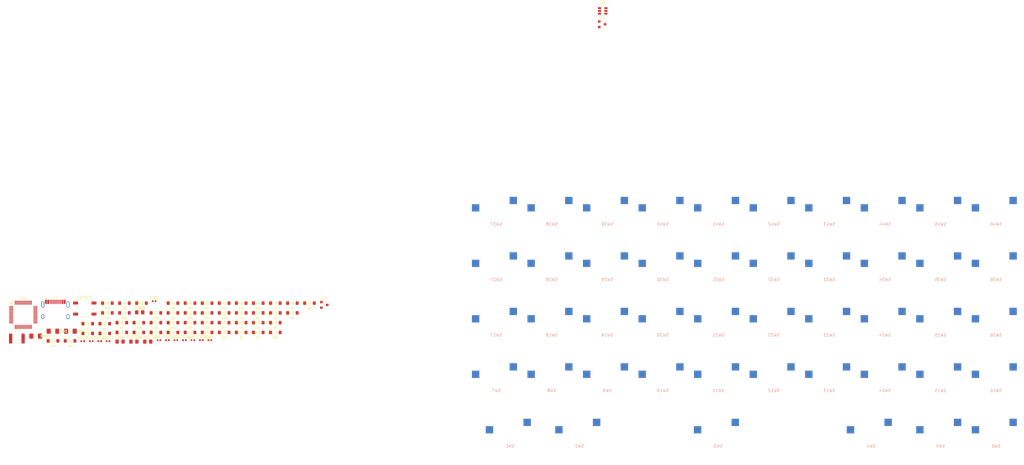
<source format=kicad_pcb>
(kicad_pcb (version 20171130) (host pcbnew "(5.1.6-0-10_14)")
  (layers (0 F.Cu signal) (31 B.Cu signal) (34 B.Paste user) (35 F.Paste user) (36 B.SilkS user) (37 F.SilkS user) (38 B.Mask user) (39 F.Mask user) (44 Edge.Cuts user))
  (net 0 "")
  (net 1 3.3V)
  (net 2 GND)
  (net 3 BOOT0)
  (net 4 NRST)
  (net 5 "Net-(CSH1-Pad1)")
  (net 6 5V)
  (net 7 +3V3)
  (net 8 VBUS)
  (net 9 Row1)
  (net 10 "Net-(D1-Pad2)")
  (net 11 "Net-(D2-Pad2)")
  (net 12 "Net-(D3-Pad2)")
  (net 13 "Net-(D4-Pad2)")
  (net 14 "Net-(D5-Pad2)")
  (net 15 "Net-(D6-Pad2)")
  (net 16 Row2)
  (net 17 "Net-(D7-Pad2)")
  (net 18 "Net-(D8-Pad2)")
  (net 19 "Net-(D9-Pad2)")
  (net 20 "Net-(D10-Pad2)")
  (net 21 "Net-(D11-Pad2)")
  (net 22 "Net-(D12-Pad2)")
  (net 23 "Net-(D13-Pad2)")
  (net 24 "Net-(D14-Pad2)")
  (net 25 "Net-(D15-Pad2)")
  (net 26 "Net-(D16-Pad2)")
  (net 27 Row3)
  (net 28 "Net-(D17-Pad2)")
  (net 29 "Net-(D18-Pad2)")
  (net 30 "Net-(D19-Pad2)")
  (net 31 "Net-(D20-Pad2)")
  (net 32 "Net-(D21-Pad2)")
  (net 33 "Net-(D22-Pad2)")
  (net 34 "Net-(D23-Pad2)")
  (net 35 "Net-(D24-Pad2)")
  (net 36 "Net-(D25-Pad2)")
  (net 37 "Net-(D26-Pad2)")
  (net 38 Row4)
  (net 39 "Net-(D27-Pad2)")
  (net 40 "Net-(D28-Pad2)")
  (net 41 "Net-(D29-Pad2)")
  (net 42 "Net-(D30-Pad2)")
  (net 43 "Net-(D31-Pad2)")
  (net 44 "Net-(D32-Pad2)")
  (net 45 "Net-(D33-Pad2)")
  (net 46 "Net-(D34-Pad2)")
  (net 47 "Net-(D35-Pad2)")
  (net 48 "Net-(D36-Pad2)")
  (net 49 Row5)
  (net 50 "Net-(D37-Pad2)")
  (net 51 "Net-(D38-Pad2)")
  (net 52 "Net-(D39-Pad2)")
  (net 53 "Net-(D40-Pad2)")
  (net 54 "Net-(D41-Pad2)")
  (net 55 "Net-(D42-Pad2)")
  (net 56 "Net-(D43-Pad2)")
  (net 57 "Net-(D44-Pad2)")
  (net 58 "Net-(D45-Pad2)")
  (net 59 "Net-(D46-Pad2)")
  (net 60 "Net-(DRST1-Pad1)")
  (net 61 "Net-(DRST1-Pad2)")
  (net 62 "Net-(J1-PadA5)")
  (net 63 "Net-(J1-PadB5)")
  (net 64 Col1)
  (net 65 Col2)
  (net 66 Col6)
  (net 67 Col8)
  (net 68 Col9)
  (net 69 Col10)
  (net 70 Col3)
  (net 71 Col4)
  (net 72 Col5)
  (net 73 Col7)
  (net 74 "Net-(U1-Pad46)")
  (net 75 "Net-(U1-Pad45)")
  (net 76 "Net-(U1-Pad43)")
  (net 77 "Net-(U1-Pad42)")
  (net 78 "Net-(U1-Pad41)")
  (net 79 "Net-(U1-Pad40)")
  (net 80 "Net-(U1-Pad39)")
  (net 81 "Net-(U1-Pad38)")
  (net 82 SWCLK)
  (net 83 SWDIO)
  (net 84 D+)
  (net 85 D-)
  (net 86 "Net-(U1-Pad31)")
  (net 87 "Net-(U1-Pad30)")
  (net 88 "Net-(U1-Pad29)")
  (net 89 "Net-(U1-Pad28)")
  (net 90 "Net-(U1-Pad27)")
  (net 91 "Net-(U1-Pad26)")
  (net 92 "Net-(U1-Pad25)")
  (net 93 "Net-(U1-Pad12)")
  (net 94 "Net-(U1-Pad11)")
  (net 95 "Net-(U1-Pad10)")
  (net 96 DBus-)
  (net 97 DBus+)
  (module MX_Only:MXOnly-1.5U-Hotswap (layer F.Cu) (at 188.5875 145.05)
    (fp_text reference SW4)
    (fp_text value "JOB COMMAND")
    (fp_text user %R (at 0 3.048) (layer B.SilkS) (effects (justify mirror)))
    (pad 2 smd rect (at 5.842 -5.08) (size 2.55 2.5) (layers B.Cu B.Paste B.Mask) (net 13 "Net-(D4-Pad2)"))
    (pad 1 smd rect (at -7.085 -2.54) (size 2.55 2.5) (layers B.Cu B.Paste B.Mask) (net 67 Col8))
    (pad "" np_thru_hole circle (at 5.08 0 48.0996) (size 1.75 1.75) (drill 1.75) (layers *.Cu *.Mask))
    (pad "" np_thru_hole circle (at -5.08 0 48.0996) (size 1.75 1.75) (drill 1.75) (layers *.Cu *.Mask))
    (pad "" np_thru_hole circle (at -3.81 -2.54) (size 3 3) (drill 3) (layers *.Cu *.Mask))
    (pad "" np_thru_hole circle (at 0 0) (size 3.9878 3.9878) (drill 3.9878) (layers *.Cu *.Mask))
    (pad "" np_thru_hole circle (at 2.54 -5.08) (size 3 3) (drill 3) (layers *.Cu *.Mask))
  )
  (module MX_Only:MXOnly-1.5U-Hotswap (layer F.Cu) (at 64.75 145.05)
    (fp_text reference SW1)
    (fp_text value SHIFT▲)
    (fp_text user %R (at 0 3.048) (layer B.SilkS) (effects (justify mirror)))
    (pad 2 smd rect (at 5.842 -5.08) (size 2.55 2.5) (layers B.Cu B.Paste B.Mask) (net 10 "Net-(D1-Pad2)"))
    (pad 1 smd rect (at -7.085 -2.54) (size 2.55 2.5) (layers B.Cu B.Paste B.Mask) (net 64 Col1))
    (pad "" np_thru_hole circle (at 5.08 0 48.0996) (size 1.75 1.75) (drill 1.75) (layers *.Cu *.Mask))
    (pad "" np_thru_hole circle (at -5.08 0 48.0996) (size 1.75 1.75) (drill 1.75) (layers *.Cu *.Mask))
    (pad "" np_thru_hole circle (at -3.81 -2.54) (size 3 3) (drill 3) (layers *.Cu *.Mask))
    (pad "" np_thru_hole circle (at 0 0) (size 3.9878 3.9878) (drill 3.9878) (layers *.Cu *.Mask))
    (pad "" np_thru_hole circle (at 2.54 -5.08) (size 3 3) (drill 3) (layers *.Cu *.Mask))
  )
  (module Package_TO_SOT_SMD:SOT-23 (layer F.Cu) (at 1.01 99.63)
    (fp_text reference U3 (at 0 -2.5) (layer F.SilkS))
    (fp_text value MCP1700-3302E_SOT23)
    (pad 3 smd rect (at 1 0) (size 0.9 0.8) (layers F.Cu F.Paste F.Mask) (net 6 5V))
    (pad 2 smd rect (at -1 0.95) (size 0.9 0.8) (layers F.Cu F.Paste F.Mask) (net 7 +3V3))
    (pad 1 smd rect (at -1 -0.95) (size 0.9 0.8) (layers F.Cu F.Paste F.Mask) (net 2 GND))
  )
  (module Package_TO_SOT_SMD:SOT-23-6 (layer F.Cu) (at 96.51 -1.32)
    (fp_text reference U2 (at 0 -2.9) (layer F.SilkS))
    (fp_text value USBLC6-2SC6)
    (pad 5 smd rect (at 1.1 0) (size 1.06 0.65) (layers F.Cu F.Paste F.Mask) (net 8 VBUS))
    (pad 6 smd rect (at 1.1 -0.95) (size 1.06 0.65) (layers F.Cu F.Paste F.Mask) (net 96 DBus-))
    (pad 4 smd rect (at 1.1 0.95) (size 1.06 0.65) (layers F.Cu F.Paste F.Mask) (net 97 DBus+))
    (pad 3 smd rect (at -1.1 0.95) (size 1.06 0.65) (layers F.Cu F.Paste F.Mask) (net 84 D+))
    (pad 2 smd rect (at -1.1 0) (size 1.06 0.65) (layers F.Cu F.Paste F.Mask) (net 2 GND))
    (pad 1 smd rect (at -1.1 -0.95) (size 1.06 0.65) (layers F.Cu F.Paste F.Mask) (net 85 D-))
  )
  (module acheron_Components:LQFP-48_7x7mm_P0.5mm (layer F.Cu) (at -102.24 103.03)
    (fp_text reference U1 (at 0 -5.85) (layer F.SilkS))
    (fp_text value STM32F072-LQFP48)
    (pad 48 smd roundrect (at -2.75 -4.1625) (size 0.3 1.475) (layers F.Cu F.Paste F.Mask) (roundrect_rratio 0.5) (net 1 3.3V))
    (pad 47 smd roundrect (at -2.25 -4.1625) (size 0.3 1.475) (layers F.Cu F.Paste F.Mask) (roundrect_rratio 0.5) (net 2 GND))
    (pad 46 smd roundrect (at -1.75 -4.1625) (size 0.3 1.475) (layers F.Cu F.Paste F.Mask) (roundrect_rratio 0.5) (net 74 "Net-(U1-Pad46)"))
    (pad 45 smd roundrect (at -1.25 -4.1625) (size 0.3 1.475) (layers F.Cu F.Paste F.Mask) (roundrect_rratio 0.5) (net 75 "Net-(U1-Pad45)"))
    (pad 44 smd roundrect (at -0.75 -4.1625) (size 0.3 1.475) (layers F.Cu F.Paste F.Mask) (roundrect_rratio 0.5) (net 3 BOOT0))
    (pad 43 smd roundrect (at -0.25 -4.1625) (size 0.3 1.475) (layers F.Cu F.Paste F.Mask) (roundrect_rratio 0.5) (net 76 "Net-(U1-Pad43)"))
    (pad 42 smd roundrect (at 0.25 -4.1625) (size 0.3 1.475) (layers F.Cu F.Paste F.Mask) (roundrect_rratio 0.5) (net 77 "Net-(U1-Pad42)"))
    (pad 41 smd roundrect (at 0.75 -4.1625) (size 0.3 1.475) (layers F.Cu F.Paste F.Mask) (roundrect_rratio 0.5) (net 78 "Net-(U1-Pad41)"))
    (pad 40 smd roundrect (at 1.25 -4.1625) (size 0.3 1.475) (layers F.Cu F.Paste F.Mask) (roundrect_rratio 0.5) (net 79 "Net-(U1-Pad40)"))
    (pad 39 smd roundrect (at 1.75 -4.1625) (size 0.3 1.475) (layers F.Cu F.Paste F.Mask) (roundrect_rratio 0.5) (net 80 "Net-(U1-Pad39)"))
    (pad 38 smd roundrect (at 2.25 -4.1625) (size 0.3 1.475) (layers F.Cu F.Paste F.Mask) (roundrect_rratio 0.5) (net 81 "Net-(U1-Pad38)"))
    (pad 37 smd roundrect (at 2.75 -4.1625) (size 0.3 1.475) (layers F.Cu F.Paste F.Mask) (roundrect_rratio 0.5) (net 82 SWCLK))
    (pad 36 smd roundrect (at 4.1625 -2.75) (size 1.475 0.3) (layers F.Cu F.Paste F.Mask) (roundrect_rratio 0.5) (net 1 3.3V))
    (pad 35 smd roundrect (at 4.1625 -2.25) (size 1.475 0.3) (layers F.Cu F.Paste F.Mask) (roundrect_rratio 0.5) (net 2 GND))
    (pad 34 smd roundrect (at 4.1625 -1.75) (size 1.475 0.3) (layers F.Cu F.Paste F.Mask) (roundrect_rratio 0.5) (net 83 SWDIO))
    (pad 33 smd roundrect (at 4.1625 -1.25) (size 1.475 0.3) (layers F.Cu F.Paste F.Mask) (roundrect_rratio 0.5) (net 84 D+))
    (pad 32 smd roundrect (at 4.1625 -0.75) (size 1.475 0.3) (layers F.Cu F.Paste F.Mask) (roundrect_rratio 0.5) (net 85 D-))
    (pad 31 smd roundrect (at 4.1625 -0.25) (size 1.475 0.3) (layers F.Cu F.Paste F.Mask) (roundrect_rratio 0.5) (net 86 "Net-(U1-Pad31)"))
    (pad 30 smd roundrect (at 4.1625 0.25) (size 1.475 0.3) (layers F.Cu F.Paste F.Mask) (roundrect_rratio 0.5) (net 87 "Net-(U1-Pad30)"))
    (pad 29 smd roundrect (at 4.1625 0.75) (size 1.475 0.3) (layers F.Cu F.Paste F.Mask) (roundrect_rratio 0.5) (net 88 "Net-(U1-Pad29)"))
    (pad 28 smd roundrect (at 4.1625 1.25) (size 1.475 0.3) (layers F.Cu F.Paste F.Mask) (roundrect_rratio 0.5) (net 89 "Net-(U1-Pad28)"))
    (pad 27 smd roundrect (at 4.1625 1.75) (size 1.475 0.3) (layers F.Cu F.Paste F.Mask) (roundrect_rratio 0.5) (net 90 "Net-(U1-Pad27)"))
    (pad 26 smd roundrect (at 4.1625 2.25) (size 1.475 0.3) (layers F.Cu F.Paste F.Mask) (roundrect_rratio 0.5) (net 91 "Net-(U1-Pad26)"))
    (pad 25 smd roundrect (at 4.1625 2.75) (size 1.475 0.3) (layers F.Cu F.Paste F.Mask) (roundrect_rratio 0.5) (net 92 "Net-(U1-Pad25)"))
    (pad 24 smd roundrect (at 2.75 4.1625) (size 0.3 1.475) (layers F.Cu F.Paste F.Mask) (roundrect_rratio 0.5) (net 1 3.3V))
    (pad 23 smd roundrect (at 2.25 4.1625) (size 0.3 1.475) (layers F.Cu F.Paste F.Mask) (roundrect_rratio 0.5) (net 2 GND))
    (pad 22 smd roundrect (at 1.75 4.1625) (size 0.3 1.475) (layers F.Cu F.Paste F.Mask) (roundrect_rratio 0.5) (net 69 Col10))
    (pad 21 smd roundrect (at 1.25 4.1625) (size 0.3 1.475) (layers F.Cu F.Paste F.Mask) (roundrect_rratio 0.5) (net 68 Col9))
    (pad 20 smd roundrect (at 0.75 4.1625) (size 0.3 1.475) (layers F.Cu F.Paste F.Mask) (roundrect_rratio 0.5) (net 67 Col8))
    (pad 19 smd roundrect (at 0.25 4.1625) (size 0.3 1.475) (layers F.Cu F.Paste F.Mask) (roundrect_rratio 0.5) (net 73 Col7))
    (pad 18 smd roundrect (at -0.25 4.1625) (size 0.3 1.475) (layers F.Cu F.Paste F.Mask) (roundrect_rratio 0.5) (net 66 Col6))
    (pad 17 smd roundrect (at -0.75 4.1625) (size 0.3 1.475) (layers F.Cu F.Paste F.Mask) (roundrect_rratio 0.5) (net 72 Col5))
    (pad 16 smd roundrect (at -1.25 4.1625) (size 0.3 1.475) (layers F.Cu F.Paste F.Mask) (roundrect_rratio 0.5) (net 71 Col4))
    (pad 15 smd roundrect (at -1.75 4.1625) (size 0.3 1.475) (layers F.Cu F.Paste F.Mask) (roundrect_rratio 0.5) (net 70 Col3))
    (pad 14 smd roundrect (at -2.25 4.1625) (size 0.3 1.475) (layers F.Cu F.Paste F.Mask) (roundrect_rratio 0.5) (net 65 Col2))
    (pad 13 smd roundrect (at -2.75 4.1625) (size 0.3 1.475) (layers F.Cu F.Paste F.Mask) (roundrect_rratio 0.5) (net 64 Col1))
    (pad 12 smd roundrect (at -4.1625 2.75) (size 1.475 0.3) (layers F.Cu F.Paste F.Mask) (roundrect_rratio 0.5) (net 93 "Net-(U1-Pad12)"))
    (pad 11 smd roundrect (at -4.1625 2.25) (size 1.475 0.3) (layers F.Cu F.Paste F.Mask) (roundrect_rratio 0.5) (net 94 "Net-(U1-Pad11)"))
    (pad 10 smd roundrect (at -4.1625 1.75) (size 1.475 0.3) (layers F.Cu F.Paste F.Mask) (roundrect_rratio 0.5) (net 95 "Net-(U1-Pad10)"))
    (pad 9 smd roundrect (at -4.1625 1.25) (size 1.475 0.3) (layers F.Cu F.Paste F.Mask) (roundrect_rratio 0.5) (net 1 3.3V))
    (pad 8 smd roundrect (at -4.1625 0.75) (size 1.475 0.3) (layers F.Cu F.Paste F.Mask) (roundrect_rratio 0.5) (net 2 GND))
    (pad 7 smd roundrect (at -4.1625 0.25) (size 1.475 0.3) (layers F.Cu F.Paste F.Mask) (roundrect_rratio 0.5) (net 4 NRST))
    (pad 6 smd roundrect (at -4.1625 -0.25) (size 1.475 0.3) (layers F.Cu F.Paste F.Mask) (roundrect_rratio 0.5) (net 49 Row5))
    (pad 5 smd roundrect (at -4.1625 -0.75) (size 1.475 0.3) (layers F.Cu F.Paste F.Mask) (roundrect_rratio 0.5) (net 38 Row4))
    (pad 4 smd roundrect (at -4.1625 -1.25) (size 1.475 0.3) (layers F.Cu F.Paste F.Mask) (roundrect_rratio 0.5) (net 27 Row3))
    (pad 3 smd roundrect (at -4.1625 -1.75) (size 1.475 0.3) (layers F.Cu F.Paste F.Mask) (roundrect_rratio 0.5) (net 16 Row2))
    (pad 2 smd roundrect (at -4.1625 -2.25) (size 1.475 0.3) (layers F.Cu F.Paste F.Mask) (roundrect_rratio 0.5) (net 9 Row1))
    (pad 1 smd rect (at -4.1625 -2.75) (size 1.475 0.3) (layers F.Cu F.Paste F.Mask) (net 1 3.3V))
  )
  (module Button_Switch_SMD:SW_SPST_TL3342 (layer F.Cu) (at -81.15 100.88)
    (fp_text reference SWRST1 (at 0 -3.75) (layer F.SilkS))
    (fp_text value SW_PUSH)
    (pad 2 smd rect (at 3.15 1.9) (size 1.7 1) (layers F.Cu F.Paste F.Mask) (net 61 "Net-(DRST1-Pad2)"))
    (pad 2 smd rect (at -3.15 1.9) (size 1.7 1) (layers F.Cu F.Paste F.Mask) (net 61 "Net-(DRST1-Pad2)"))
    (pad 1 smd rect (at 3.15 -1.9) (size 1.7 1) (layers F.Cu F.Paste F.Mask) (net 7 +3V3))
    (pad 1 smd rect (at -3.15 -1.9) (size 1.7 1) (layers F.Cu F.Paste F.Mask) (net 7 +3V3))
  )
  (module MX_Only:MXOnly-1U-Hotswap (layer F.Cu) (at 231.45 68.85)
    (fp_text reference SW46)
    (fp_text value J)
    (fp_text user %R (at 0 3.048) (layer B.SilkS) (effects (justify mirror)))
    (pad 2 smd rect (at 5.842 -5.08) (size 2.55 2.5) (layers B.Cu B.Paste B.Mask) (net 59 "Net-(D46-Pad2)"))
    (pad 1 smd rect (at -7.085 -2.54) (size 2.55 2.5) (layers B.Cu B.Paste B.Mask) (net 69 Col10))
    (pad "" np_thru_hole circle (at 5.08 0 48.0996) (size 1.75 1.75) (drill 1.75) (layers *.Cu *.Mask))
    (pad "" np_thru_hole circle (at -5.08 0 48.0996) (size 1.75 1.75) (drill 1.75) (layers *.Cu *.Mask))
    (pad "" np_thru_hole circle (at -3.81 -2.54) (size 3 3) (drill 3) (layers *.Cu *.Mask))
    (pad "" np_thru_hole circle (at 0 0) (size 3.9878 3.9878) (drill 3.9878) (layers *.Cu *.Mask))
    (pad "" np_thru_hole circle (at 2.54 -5.08) (size 3 3) (drill 3) (layers *.Cu *.Mask))
  )
  (module MX_Only:MXOnly-1U-Hotswap (layer F.Cu) (at 212.4 68.85)
    (fp_text reference SW45)
    (fp_text value I)
    (fp_text user %R (at 0 3.048) (layer B.SilkS) (effects (justify mirror)))
    (pad 2 smd rect (at 5.842 -5.08) (size 2.55 2.5) (layers B.Cu B.Paste B.Mask) (net 58 "Net-(D45-Pad2)"))
    (pad 1 smd rect (at -7.085 -2.54) (size 2.55 2.5) (layers B.Cu B.Paste B.Mask) (net 68 Col9))
    (pad "" np_thru_hole circle (at 5.08 0 48.0996) (size 1.75 1.75) (drill 1.75) (layers *.Cu *.Mask))
    (pad "" np_thru_hole circle (at -5.08 0 48.0996) (size 1.75 1.75) (drill 1.75) (layers *.Cu *.Mask))
    (pad "" np_thru_hole circle (at -3.81 -2.54) (size 3 3) (drill 3) (layers *.Cu *.Mask))
    (pad "" np_thru_hole circle (at 0 0) (size 3.9878 3.9878) (drill 3.9878) (layers *.Cu *.Mask))
    (pad "" np_thru_hole circle (at 2.54 -5.08) (size 3 3) (drill 3) (layers *.Cu *.Mask))
  )
  (module MX_Only:MXOnly-1U-Hotswap (layer F.Cu) (at 193.35 68.85)
    (fp_text reference SW44)
    (fp_text value H)
    (fp_text user %R (at 0 3.048) (layer B.SilkS) (effects (justify mirror)))
    (pad 2 smd rect (at 5.842 -5.08) (size 2.55 2.5) (layers B.Cu B.Paste B.Mask) (net 57 "Net-(D44-Pad2)"))
    (pad 1 smd rect (at -7.085 -2.54) (size 2.55 2.5) (layers B.Cu B.Paste B.Mask) (net 67 Col8))
    (pad "" np_thru_hole circle (at 5.08 0 48.0996) (size 1.75 1.75) (drill 1.75) (layers *.Cu *.Mask))
    (pad "" np_thru_hole circle (at -5.08 0 48.0996) (size 1.75 1.75) (drill 1.75) (layers *.Cu *.Mask))
    (pad "" np_thru_hole circle (at -3.81 -2.54) (size 3 3) (drill 3) (layers *.Cu *.Mask))
    (pad "" np_thru_hole circle (at 0 0) (size 3.9878 3.9878) (drill 3.9878) (layers *.Cu *.Mask))
    (pad "" np_thru_hole circle (at 2.54 -5.08) (size 3 3) (drill 3) (layers *.Cu *.Mask))
  )
  (module MX_Only:MXOnly-1U-Hotswap (layer F.Cu) (at 174.3 68.85)
    (fp_text reference SW43)
    (fp_text value G)
    (fp_text user %R (at 0 3.048) (layer B.SilkS) (effects (justify mirror)))
    (pad 2 smd rect (at 5.842 -5.08) (size 2.55 2.5) (layers B.Cu B.Paste B.Mask) (net 56 "Net-(D43-Pad2)"))
    (pad 1 smd rect (at -7.085 -2.54) (size 2.55 2.5) (layers B.Cu B.Paste B.Mask) (net 73 Col7))
    (pad "" np_thru_hole circle (at 5.08 0 48.0996) (size 1.75 1.75) (drill 1.75) (layers *.Cu *.Mask))
    (pad "" np_thru_hole circle (at -5.08 0 48.0996) (size 1.75 1.75) (drill 1.75) (layers *.Cu *.Mask))
    (pad "" np_thru_hole circle (at -3.81 -2.54) (size 3 3) (drill 3) (layers *.Cu *.Mask))
    (pad "" np_thru_hole circle (at 0 0) (size 3.9878 3.9878) (drill 3.9878) (layers *.Cu *.Mask))
    (pad "" np_thru_hole circle (at 2.54 -5.08) (size 3 3) (drill 3) (layers *.Cu *.Mask))
  )
  (module MX_Only:MXOnly-1U-Hotswap (layer F.Cu) (at 155.25 68.85)
    (fp_text reference SW42)
    (fp_text value F)
    (fp_text user %R (at 0 3.048) (layer B.SilkS) (effects (justify mirror)))
    (pad 2 smd rect (at 5.842 -5.08) (size 2.55 2.5) (layers B.Cu B.Paste B.Mask) (net 55 "Net-(D42-Pad2)"))
    (pad 1 smd rect (at -7.085 -2.54) (size 2.55 2.5) (layers B.Cu B.Paste B.Mask) (net 66 Col6))
    (pad "" np_thru_hole circle (at 5.08 0 48.0996) (size 1.75 1.75) (drill 1.75) (layers *.Cu *.Mask))
    (pad "" np_thru_hole circle (at -5.08 0 48.0996) (size 1.75 1.75) (drill 1.75) (layers *.Cu *.Mask))
    (pad "" np_thru_hole circle (at -3.81 -2.54) (size 3 3) (drill 3) (layers *.Cu *.Mask))
    (pad "" np_thru_hole circle (at 0 0) (size 3.9878 3.9878) (drill 3.9878) (layers *.Cu *.Mask))
    (pad "" np_thru_hole circle (at 2.54 -5.08) (size 3 3) (drill 3) (layers *.Cu *.Mask))
  )
  (module MX_Only:MXOnly-1U-Hotswap (layer F.Cu) (at 136.2 68.85)
    (fp_text reference SW41)
    (fp_text value E)
    (fp_text user %R (at 0 3.048) (layer B.SilkS) (effects (justify mirror)))
    (pad 2 smd rect (at 5.842 -5.08) (size 2.55 2.5) (layers B.Cu B.Paste B.Mask) (net 54 "Net-(D41-Pad2)"))
    (pad 1 smd rect (at -7.085 -2.54) (size 2.55 2.5) (layers B.Cu B.Paste B.Mask) (net 72 Col5))
    (pad "" np_thru_hole circle (at 5.08 0 48.0996) (size 1.75 1.75) (drill 1.75) (layers *.Cu *.Mask))
    (pad "" np_thru_hole circle (at -5.08 0 48.0996) (size 1.75 1.75) (drill 1.75) (layers *.Cu *.Mask))
    (pad "" np_thru_hole circle (at -3.81 -2.54) (size 3 3) (drill 3) (layers *.Cu *.Mask))
    (pad "" np_thru_hole circle (at 0 0) (size 3.9878 3.9878) (drill 3.9878) (layers *.Cu *.Mask))
    (pad "" np_thru_hole circle (at 2.54 -5.08) (size 3 3) (drill 3) (layers *.Cu *.Mask))
  )
  (module MX_Only:MXOnly-1U-Hotswap (layer F.Cu) (at 117.15 68.85)
    (fp_text reference SW40)
    (fp_text value D)
    (fp_text user %R (at 0 3.048) (layer B.SilkS) (effects (justify mirror)))
    (pad 2 smd rect (at 5.842 -5.08) (size 2.55 2.5) (layers B.Cu B.Paste B.Mask) (net 53 "Net-(D40-Pad2)"))
    (pad 1 smd rect (at -7.085 -2.54) (size 2.55 2.5) (layers B.Cu B.Paste B.Mask) (net 71 Col4))
    (pad "" np_thru_hole circle (at 5.08 0 48.0996) (size 1.75 1.75) (drill 1.75) (layers *.Cu *.Mask))
    (pad "" np_thru_hole circle (at -5.08 0 48.0996) (size 1.75 1.75) (drill 1.75) (layers *.Cu *.Mask))
    (pad "" np_thru_hole circle (at -3.81 -2.54) (size 3 3) (drill 3) (layers *.Cu *.Mask))
    (pad "" np_thru_hole circle (at 0 0) (size 3.9878 3.9878) (drill 3.9878) (layers *.Cu *.Mask))
    (pad "" np_thru_hole circle (at 2.54 -5.08) (size 3 3) (drill 3) (layers *.Cu *.Mask))
  )
  (module MX_Only:MXOnly-1U-Hotswap (layer F.Cu) (at 98.1 68.85)
    (fp_text reference SW39)
    (fp_text value C)
    (fp_text user %R (at 0 3.048) (layer B.SilkS) (effects (justify mirror)))
    (pad 2 smd rect (at 5.842 -5.08) (size 2.55 2.5) (layers B.Cu B.Paste B.Mask) (net 52 "Net-(D39-Pad2)"))
    (pad 1 smd rect (at -7.085 -2.54) (size 2.55 2.5) (layers B.Cu B.Paste B.Mask) (net 70 Col3))
    (pad "" np_thru_hole circle (at 5.08 0 48.0996) (size 1.75 1.75) (drill 1.75) (layers *.Cu *.Mask))
    (pad "" np_thru_hole circle (at -5.08 0 48.0996) (size 1.75 1.75) (drill 1.75) (layers *.Cu *.Mask))
    (pad "" np_thru_hole circle (at -3.81 -2.54) (size 3 3) (drill 3) (layers *.Cu *.Mask))
    (pad "" np_thru_hole circle (at 0 0) (size 3.9878 3.9878) (drill 3.9878) (layers *.Cu *.Mask))
    (pad "" np_thru_hole circle (at 2.54 -5.08) (size 3 3) (drill 3) (layers *.Cu *.Mask))
  )
  (module MX_Only:MXOnly-1U-Hotswap (layer F.Cu) (at 79.05 68.85)
    (fp_text reference SW38)
    (fp_text value B)
    (fp_text user %R (at 0 3.048) (layer B.SilkS) (effects (justify mirror)))
    (pad 2 smd rect (at 5.842 -5.08) (size 2.55 2.5) (layers B.Cu B.Paste B.Mask) (net 51 "Net-(D38-Pad2)"))
    (pad 1 smd rect (at -7.085 -2.54) (size 2.55 2.5) (layers B.Cu B.Paste B.Mask) (net 65 Col2))
    (pad "" np_thru_hole circle (at 5.08 0 48.0996) (size 1.75 1.75) (drill 1.75) (layers *.Cu *.Mask))
    (pad "" np_thru_hole circle (at -5.08 0 48.0996) (size 1.75 1.75) (drill 1.75) (layers *.Cu *.Mask))
    (pad "" np_thru_hole circle (at -3.81 -2.54) (size 3 3) (drill 3) (layers *.Cu *.Mask))
    (pad "" np_thru_hole circle (at 0 0) (size 3.9878 3.9878) (drill 3.9878) (layers *.Cu *.Mask))
    (pad "" np_thru_hole circle (at 2.54 -5.08) (size 3 3) (drill 3) (layers *.Cu *.Mask))
  )
  (module MX_Only:MXOnly-1U-Hotswap (layer F.Cu) (at 60 68.85)
    (fp_text reference SW37)
    (fp_text value A)
    (fp_text user %R (at 0 3.048) (layer B.SilkS) (effects (justify mirror)))
    (pad 2 smd rect (at 5.842 -5.08) (size 2.55 2.5) (layers B.Cu B.Paste B.Mask) (net 50 "Net-(D37-Pad2)"))
    (pad 1 smd rect (at -7.085 -2.54) (size 2.55 2.5) (layers B.Cu B.Paste B.Mask) (net 64 Col1))
    (pad "" np_thru_hole circle (at 5.08 0 48.0996) (size 1.75 1.75) (drill 1.75) (layers *.Cu *.Mask))
    (pad "" np_thru_hole circle (at -5.08 0 48.0996) (size 1.75 1.75) (drill 1.75) (layers *.Cu *.Mask))
    (pad "" np_thru_hole circle (at -3.81 -2.54) (size 3 3) (drill 3) (layers *.Cu *.Mask))
    (pad "" np_thru_hole circle (at 0 0) (size 3.9878 3.9878) (drill 3.9878) (layers *.Cu *.Mask))
    (pad "" np_thru_hole circle (at 2.54 -5.08) (size 3 3) (drill 3) (layers *.Cu *.Mask))
  )
  (module MX_Only:MXOnly-1U-Hotswap (layer F.Cu) (at 231.45 87.9)
    (fp_text reference SW36)
    (fp_text value T)
    (fp_text user %R (at 0 3.048) (layer B.SilkS) (effects (justify mirror)))
    (pad 2 smd rect (at 5.842 -5.08) (size 2.55 2.5) (layers B.Cu B.Paste B.Mask) (net 48 "Net-(D36-Pad2)"))
    (pad 1 smd rect (at -7.085 -2.54) (size 2.55 2.5) (layers B.Cu B.Paste B.Mask) (net 69 Col10))
    (pad "" np_thru_hole circle (at 5.08 0 48.0996) (size 1.75 1.75) (drill 1.75) (layers *.Cu *.Mask))
    (pad "" np_thru_hole circle (at -5.08 0 48.0996) (size 1.75 1.75) (drill 1.75) (layers *.Cu *.Mask))
    (pad "" np_thru_hole circle (at -3.81 -2.54) (size 3 3) (drill 3) (layers *.Cu *.Mask))
    (pad "" np_thru_hole circle (at 0 0) (size 3.9878 3.9878) (drill 3.9878) (layers *.Cu *.Mask))
    (pad "" np_thru_hole circle (at 2.54 -5.08) (size 3 3) (drill 3) (layers *.Cu *.Mask))
  )
  (module MX_Only:MXOnly-1U-Hotswap (layer F.Cu) (at 212.4 87.9)
    (fp_text reference SW35)
    (fp_text value S)
    (fp_text user %R (at 0 3.048) (layer B.SilkS) (effects (justify mirror)))
    (pad 2 smd rect (at 5.842 -5.08) (size 2.55 2.5) (layers B.Cu B.Paste B.Mask) (net 47 "Net-(D35-Pad2)"))
    (pad 1 smd rect (at -7.085 -2.54) (size 2.55 2.5) (layers B.Cu B.Paste B.Mask) (net 68 Col9))
    (pad "" np_thru_hole circle (at 5.08 0 48.0996) (size 1.75 1.75) (drill 1.75) (layers *.Cu *.Mask))
    (pad "" np_thru_hole circle (at -5.08 0 48.0996) (size 1.75 1.75) (drill 1.75) (layers *.Cu *.Mask))
    (pad "" np_thru_hole circle (at -3.81 -2.54) (size 3 3) (drill 3) (layers *.Cu *.Mask))
    (pad "" np_thru_hole circle (at 0 0) (size 3.9878 3.9878) (drill 3.9878) (layers *.Cu *.Mask))
    (pad "" np_thru_hole circle (at 2.54 -5.08) (size 3 3) (drill 3) (layers *.Cu *.Mask))
  )
  (module MX_Only:MXOnly-1U-Hotswap (layer F.Cu) (at 193.35 87.9)
    (fp_text reference SW34)
    (fp_text value R)
    (fp_text user %R (at 0 3.048) (layer B.SilkS) (effects (justify mirror)))
    (pad 2 smd rect (at 5.842 -5.08) (size 2.55 2.5) (layers B.Cu B.Paste B.Mask) (net 46 "Net-(D34-Pad2)"))
    (pad 1 smd rect (at -7.085 -2.54) (size 2.55 2.5) (layers B.Cu B.Paste B.Mask) (net 67 Col8))
    (pad "" np_thru_hole circle (at 5.08 0 48.0996) (size 1.75 1.75) (drill 1.75) (layers *.Cu *.Mask))
    (pad "" np_thru_hole circle (at -5.08 0 48.0996) (size 1.75 1.75) (drill 1.75) (layers *.Cu *.Mask))
    (pad "" np_thru_hole circle (at -3.81 -2.54) (size 3 3) (drill 3) (layers *.Cu *.Mask))
    (pad "" np_thru_hole circle (at 0 0) (size 3.9878 3.9878) (drill 3.9878) (layers *.Cu *.Mask))
    (pad "" np_thru_hole circle (at 2.54 -5.08) (size 3 3) (drill 3) (layers *.Cu *.Mask))
  )
  (module MX_Only:MXOnly-1U-Hotswap (layer F.Cu) (at 174.3 87.9)
    (fp_text reference SW33)
    (fp_text value Q)
    (fp_text user %R (at 0 3.048) (layer B.SilkS) (effects (justify mirror)))
    (pad 2 smd rect (at 5.842 -5.08) (size 2.55 2.5) (layers B.Cu B.Paste B.Mask) (net 45 "Net-(D33-Pad2)"))
    (pad 1 smd rect (at -7.085 -2.54) (size 2.55 2.5) (layers B.Cu B.Paste B.Mask) (net 73 Col7))
    (pad "" np_thru_hole circle (at 5.08 0 48.0996) (size 1.75 1.75) (drill 1.75) (layers *.Cu *.Mask))
    (pad "" np_thru_hole circle (at -5.08 0 48.0996) (size 1.75 1.75) (drill 1.75) (layers *.Cu *.Mask))
    (pad "" np_thru_hole circle (at -3.81 -2.54) (size 3 3) (drill 3) (layers *.Cu *.Mask))
    (pad "" np_thru_hole circle (at 0 0) (size 3.9878 3.9878) (drill 3.9878) (layers *.Cu *.Mask))
    (pad "" np_thru_hole circle (at 2.54 -5.08) (size 3 3) (drill 3) (layers *.Cu *.Mask))
  )
  (module MX_Only:MXOnly-1U-Hotswap (layer F.Cu) (at 155.25 87.9)
    (fp_text reference SW32)
    (fp_text value P)
    (fp_text user %R (at 0 3.048) (layer B.SilkS) (effects (justify mirror)))
    (pad 2 smd rect (at 5.842 -5.08) (size 2.55 2.5) (layers B.Cu B.Paste B.Mask) (net 44 "Net-(D32-Pad2)"))
    (pad 1 smd rect (at -7.085 -2.54) (size 2.55 2.5) (layers B.Cu B.Paste B.Mask) (net 66 Col6))
    (pad "" np_thru_hole circle (at 5.08 0 48.0996) (size 1.75 1.75) (drill 1.75) (layers *.Cu *.Mask))
    (pad "" np_thru_hole circle (at -5.08 0 48.0996) (size 1.75 1.75) (drill 1.75) (layers *.Cu *.Mask))
    (pad "" np_thru_hole circle (at -3.81 -2.54) (size 3 3) (drill 3) (layers *.Cu *.Mask))
    (pad "" np_thru_hole circle (at 0 0) (size 3.9878 3.9878) (drill 3.9878) (layers *.Cu *.Mask))
    (pad "" np_thru_hole circle (at 2.54 -5.08) (size 3 3) (drill 3) (layers *.Cu *.Mask))
  )
  (module MX_Only:MXOnly-1U-Hotswap (layer F.Cu) (at 136.2 87.9)
    (fp_text reference SW31)
    (fp_text value O)
    (fp_text user %R (at 0 3.048) (layer B.SilkS) (effects (justify mirror)))
    (pad 2 smd rect (at 5.842 -5.08) (size 2.55 2.5) (layers B.Cu B.Paste B.Mask) (net 43 "Net-(D31-Pad2)"))
    (pad 1 smd rect (at -7.085 -2.54) (size 2.55 2.5) (layers B.Cu B.Paste B.Mask) (net 72 Col5))
    (pad "" np_thru_hole circle (at 5.08 0 48.0996) (size 1.75 1.75) (drill 1.75) (layers *.Cu *.Mask))
    (pad "" np_thru_hole circle (at -5.08 0 48.0996) (size 1.75 1.75) (drill 1.75) (layers *.Cu *.Mask))
    (pad "" np_thru_hole circle (at -3.81 -2.54) (size 3 3) (drill 3) (layers *.Cu *.Mask))
    (pad "" np_thru_hole circle (at 0 0) (size 3.9878 3.9878) (drill 3.9878) (layers *.Cu *.Mask))
    (pad "" np_thru_hole circle (at 2.54 -5.08) (size 3 3) (drill 3) (layers *.Cu *.Mask))
  )
  (module MX_Only:MXOnly-1U-Hotswap (layer F.Cu) (at 117.15 87.9)
    (fp_text reference SW30)
    (fp_text value N)
    (fp_text user %R (at 0 3.048) (layer B.SilkS) (effects (justify mirror)))
    (pad 2 smd rect (at 5.842 -5.08) (size 2.55 2.5) (layers B.Cu B.Paste B.Mask) (net 42 "Net-(D30-Pad2)"))
    (pad 1 smd rect (at -7.085 -2.54) (size 2.55 2.5) (layers B.Cu B.Paste B.Mask) (net 71 Col4))
    (pad "" np_thru_hole circle (at 5.08 0 48.0996) (size 1.75 1.75) (drill 1.75) (layers *.Cu *.Mask))
    (pad "" np_thru_hole circle (at -5.08 0 48.0996) (size 1.75 1.75) (drill 1.75) (layers *.Cu *.Mask))
    (pad "" np_thru_hole circle (at -3.81 -2.54) (size 3 3) (drill 3) (layers *.Cu *.Mask))
    (pad "" np_thru_hole circle (at 0 0) (size 3.9878 3.9878) (drill 3.9878) (layers *.Cu *.Mask))
    (pad "" np_thru_hole circle (at 2.54 -5.08) (size 3 3) (drill 3) (layers *.Cu *.Mask))
  )
  (module MX_Only:MXOnly-1U-Hotswap (layer F.Cu) (at 98.1 87.9)
    (fp_text reference SW29)
    (fp_text value M)
    (fp_text user %R (at 0 3.048) (layer B.SilkS) (effects (justify mirror)))
    (pad 2 smd rect (at 5.842 -5.08) (size 2.55 2.5) (layers B.Cu B.Paste B.Mask) (net 41 "Net-(D29-Pad2)"))
    (pad 1 smd rect (at -7.085 -2.54) (size 2.55 2.5) (layers B.Cu B.Paste B.Mask) (net 70 Col3))
    (pad "" np_thru_hole circle (at 5.08 0 48.0996) (size 1.75 1.75) (drill 1.75) (layers *.Cu *.Mask))
    (pad "" np_thru_hole circle (at -5.08 0 48.0996) (size 1.75 1.75) (drill 1.75) (layers *.Cu *.Mask))
    (pad "" np_thru_hole circle (at -3.81 -2.54) (size 3 3) (drill 3) (layers *.Cu *.Mask))
    (pad "" np_thru_hole circle (at 0 0) (size 3.9878 3.9878) (drill 3.9878) (layers *.Cu *.Mask))
    (pad "" np_thru_hole circle (at 2.54 -5.08) (size 3 3) (drill 3) (layers *.Cu *.Mask))
  )
  (module MX_Only:MXOnly-1U-Hotswap (layer F.Cu) (at 79.05 87.9)
    (fp_text reference SW28)
    (fp_text value L)
    (fp_text user %R (at 0 3.048) (layer B.SilkS) (effects (justify mirror)))
    (pad 2 smd rect (at 5.842 -5.08) (size 2.55 2.5) (layers B.Cu B.Paste B.Mask) (net 40 "Net-(D28-Pad2)"))
    (pad 1 smd rect (at -7.085 -2.54) (size 2.55 2.5) (layers B.Cu B.Paste B.Mask) (net 65 Col2))
    (pad "" np_thru_hole circle (at 5.08 0 48.0996) (size 1.75 1.75) (drill 1.75) (layers *.Cu *.Mask))
    (pad "" np_thru_hole circle (at -5.08 0 48.0996) (size 1.75 1.75) (drill 1.75) (layers *.Cu *.Mask))
    (pad "" np_thru_hole circle (at -3.81 -2.54) (size 3 3) (drill 3) (layers *.Cu *.Mask))
    (pad "" np_thru_hole circle (at 0 0) (size 3.9878 3.9878) (drill 3.9878) (layers *.Cu *.Mask))
    (pad "" np_thru_hole circle (at 2.54 -5.08) (size 3 3) (drill 3) (layers *.Cu *.Mask))
  )
  (module MX_Only:MXOnly-1U-Hotswap (layer F.Cu) (at 60 87.9)
    (fp_text reference SW27)
    (fp_text value K)
    (fp_text user %R (at 0 3.048) (layer B.SilkS) (effects (justify mirror)))
    (pad 2 smd rect (at 5.842 -5.08) (size 2.55 2.5) (layers B.Cu B.Paste B.Mask) (net 39 "Net-(D27-Pad2)"))
    (pad 1 smd rect (at -7.085 -2.54) (size 2.55 2.5) (layers B.Cu B.Paste B.Mask) (net 64 Col1))
    (pad "" np_thru_hole circle (at 5.08 0 48.0996) (size 1.75 1.75) (drill 1.75) (layers *.Cu *.Mask))
    (pad "" np_thru_hole circle (at -5.08 0 48.0996) (size 1.75 1.75) (drill 1.75) (layers *.Cu *.Mask))
    (pad "" np_thru_hole circle (at -3.81 -2.54) (size 3 3) (drill 3) (layers *.Cu *.Mask))
    (pad "" np_thru_hole circle (at 0 0) (size 3.9878 3.9878) (drill 3.9878) (layers *.Cu *.Mask))
    (pad "" np_thru_hole circle (at 2.54 -5.08) (size 3 3) (drill 3) (layers *.Cu *.Mask))
  )
  (module MX_Only:MXOnly-1U-Hotswap (layer F.Cu) (at 231.45 106.95)
    (fp_text reference SW26)
    (fp_text value /)
    (fp_text user %R (at 0 3.048) (layer B.SilkS) (effects (justify mirror)))
    (pad 2 smd rect (at 5.842 -5.08) (size 2.55 2.5) (layers B.Cu B.Paste B.Mask) (net 37 "Net-(D26-Pad2)"))
    (pad 1 smd rect (at -7.085 -2.54) (size 2.55 2.5) (layers B.Cu B.Paste B.Mask) (net 69 Col10))
    (pad "" np_thru_hole circle (at 5.08 0 48.0996) (size 1.75 1.75) (drill 1.75) (layers *.Cu *.Mask))
    (pad "" np_thru_hole circle (at -5.08 0 48.0996) (size 1.75 1.75) (drill 1.75) (layers *.Cu *.Mask))
    (pad "" np_thru_hole circle (at -3.81 -2.54) (size 3 3) (drill 3) (layers *.Cu *.Mask))
    (pad "" np_thru_hole circle (at 0 0) (size 3.9878 3.9878) (drill 3.9878) (layers *.Cu *.Mask))
    (pad "" np_thru_hole circle (at 2.54 -5.08) (size 3 3) (drill 3) (layers *.Cu *.Mask))
  )
  (module MX_Only:MXOnly-1U-Hotswap (layer F.Cu) (at 212.4 106.95)
    (fp_text reference SW25)
    (fp_text value *)
    (fp_text user %R (at 0 3.048) (layer B.SilkS) (effects (justify mirror)))
    (pad 2 smd rect (at 5.842 -5.08) (size 2.55 2.5) (layers B.Cu B.Paste B.Mask) (net 36 "Net-(D25-Pad2)"))
    (pad 1 smd rect (at -7.085 -2.54) (size 2.55 2.5) (layers B.Cu B.Paste B.Mask) (net 68 Col9))
    (pad "" np_thru_hole circle (at 5.08 0 48.0996) (size 1.75 1.75) (drill 1.75) (layers *.Cu *.Mask))
    (pad "" np_thru_hole circle (at -5.08 0 48.0996) (size 1.75 1.75) (drill 1.75) (layers *.Cu *.Mask))
    (pad "" np_thru_hole circle (at -3.81 -2.54) (size 3 3) (drill 3) (layers *.Cu *.Mask))
    (pad "" np_thru_hole circle (at 0 0) (size 3.9878 3.9878) (drill 3.9878) (layers *.Cu *.Mask))
    (pad "" np_thru_hole circle (at 2.54 -5.08) (size 3 3) (drill 3) (layers *.Cu *.Mask))
  )
  (module MX_Only:MXOnly-1U-Hotswap (layer F.Cu) (at 193.35 106.95)
    (fp_text reference SW24)
    (fp_text value -)
    (fp_text user %R (at 0 3.048) (layer B.SilkS) (effects (justify mirror)))
    (pad 2 smd rect (at 5.842 -5.08) (size 2.55 2.5) (layers B.Cu B.Paste B.Mask) (net 35 "Net-(D24-Pad2)"))
    (pad 1 smd rect (at -7.085 -2.54) (size 2.55 2.5) (layers B.Cu B.Paste B.Mask) (net 67 Col8))
    (pad "" np_thru_hole circle (at 5.08 0 48.0996) (size 1.75 1.75) (drill 1.75) (layers *.Cu *.Mask))
    (pad "" np_thru_hole circle (at -5.08 0 48.0996) (size 1.75 1.75) (drill 1.75) (layers *.Cu *.Mask))
    (pad "" np_thru_hole circle (at -3.81 -2.54) (size 3 3) (drill 3) (layers *.Cu *.Mask))
    (pad "" np_thru_hole circle (at 0 0) (size 3.9878 3.9878) (drill 3.9878) (layers *.Cu *.Mask))
    (pad "" np_thru_hole circle (at 2.54 -5.08) (size 3 3) (drill 3) (layers *.Cu *.Mask))
  )
  (module MX_Only:MXOnly-1U-Hotswap (layer F.Cu) (at 174.3 106.95)
    (fp_text reference SW23)
    (fp_text value +)
    (fp_text user %R (at 0 3.048) (layer B.SilkS) (effects (justify mirror)))
    (pad 2 smd rect (at 5.842 -5.08) (size 2.55 2.5) (layers B.Cu B.Paste B.Mask) (net 34 "Net-(D23-Pad2)"))
    (pad 1 smd rect (at -7.085 -2.54) (size 2.55 2.5) (layers B.Cu B.Paste B.Mask) (net 73 Col7))
    (pad "" np_thru_hole circle (at 5.08 0 48.0996) (size 1.75 1.75) (drill 1.75) (layers *.Cu *.Mask))
    (pad "" np_thru_hole circle (at -5.08 0 48.0996) (size 1.75 1.75) (drill 1.75) (layers *.Cu *.Mask))
    (pad "" np_thru_hole circle (at -3.81 -2.54) (size 3 3) (drill 3) (layers *.Cu *.Mask))
    (pad "" np_thru_hole circle (at 0 0) (size 3.9878 3.9878) (drill 3.9878) (layers *.Cu *.Mask))
    (pad "" np_thru_hole circle (at 2.54 -5.08) (size 3 3) (drill 3) (layers *.Cu *.Mask))
  )
  (module MX_Only:MXOnly-1U-Hotswap (layer F.Cu) (at 155.25 106.95)
    (fp_text reference SW22)
    (fp_text value Z)
    (fp_text user %R (at 0 3.048) (layer B.SilkS) (effects (justify mirror)))
    (pad 2 smd rect (at 5.842 -5.08) (size 2.55 2.5) (layers B.Cu B.Paste B.Mask) (net 33 "Net-(D22-Pad2)"))
    (pad 1 smd rect (at -7.085 -2.54) (size 2.55 2.5) (layers B.Cu B.Paste B.Mask) (net 66 Col6))
    (pad "" np_thru_hole circle (at 5.08 0 48.0996) (size 1.75 1.75) (drill 1.75) (layers *.Cu *.Mask))
    (pad "" np_thru_hole circle (at -5.08 0 48.0996) (size 1.75 1.75) (drill 1.75) (layers *.Cu *.Mask))
    (pad "" np_thru_hole circle (at -3.81 -2.54) (size 3 3) (drill 3) (layers *.Cu *.Mask))
    (pad "" np_thru_hole circle (at 0 0) (size 3.9878 3.9878) (drill 3.9878) (layers *.Cu *.Mask))
    (pad "" np_thru_hole circle (at 2.54 -5.08) (size 3 3) (drill 3) (layers *.Cu *.Mask))
  )
  (module MX_Only:MXOnly-1U-Hotswap (layer F.Cu) (at 136.2 106.95)
    (fp_text reference SW21)
    (fp_text value Y)
    (fp_text user %R (at 0 3.048) (layer B.SilkS) (effects (justify mirror)))
    (pad 2 smd rect (at 5.842 -5.08) (size 2.55 2.5) (layers B.Cu B.Paste B.Mask) (net 32 "Net-(D21-Pad2)"))
    (pad 1 smd rect (at -7.085 -2.54) (size 2.55 2.5) (layers B.Cu B.Paste B.Mask) (net 72 Col5))
    (pad "" np_thru_hole circle (at 5.08 0 48.0996) (size 1.75 1.75) (drill 1.75) (layers *.Cu *.Mask))
    (pad "" np_thru_hole circle (at -5.08 0 48.0996) (size 1.75 1.75) (drill 1.75) (layers *.Cu *.Mask))
    (pad "" np_thru_hole circle (at -3.81 -2.54) (size 3 3) (drill 3) (layers *.Cu *.Mask))
    (pad "" np_thru_hole circle (at 0 0) (size 3.9878 3.9878) (drill 3.9878) (layers *.Cu *.Mask))
    (pad "" np_thru_hole circle (at 2.54 -5.08) (size 3 3) (drill 3) (layers *.Cu *.Mask))
  )
  (module MX_Only:MXOnly-1U-Hotswap (layer F.Cu) (at 117.15 106.95)
    (fp_text reference SW20)
    (fp_text value X)
    (fp_text user %R (at 0 3.048) (layer B.SilkS) (effects (justify mirror)))
    (pad 2 smd rect (at 5.842 -5.08) (size 2.55 2.5) (layers B.Cu B.Paste B.Mask) (net 31 "Net-(D20-Pad2)"))
    (pad 1 smd rect (at -7.085 -2.54) (size 2.55 2.5) (layers B.Cu B.Paste B.Mask) (net 71 Col4))
    (pad "" np_thru_hole circle (at 5.08 0 48.0996) (size 1.75 1.75) (drill 1.75) (layers *.Cu *.Mask))
    (pad "" np_thru_hole circle (at -5.08 0 48.0996) (size 1.75 1.75) (drill 1.75) (layers *.Cu *.Mask))
    (pad "" np_thru_hole circle (at -3.81 -2.54) (size 3 3) (drill 3) (layers *.Cu *.Mask))
    (pad "" np_thru_hole circle (at 0 0) (size 3.9878 3.9878) (drill 3.9878) (layers *.Cu *.Mask))
    (pad "" np_thru_hole circle (at 2.54 -5.08) (size 3 3) (drill 3) (layers *.Cu *.Mask))
  )
  (module MX_Only:MXOnly-1U-Hotswap (layer F.Cu) (at 98.1 106.95)
    (fp_text reference SW19)
    (fp_text value W)
    (fp_text user %R (at 0 3.048) (layer B.SilkS) (effects (justify mirror)))
    (pad 2 smd rect (at 5.842 -5.08) (size 2.55 2.5) (layers B.Cu B.Paste B.Mask) (net 30 "Net-(D19-Pad2)"))
    (pad 1 smd rect (at -7.085 -2.54) (size 2.55 2.5) (layers B.Cu B.Paste B.Mask) (net 70 Col3))
    (pad "" np_thru_hole circle (at 5.08 0 48.0996) (size 1.75 1.75) (drill 1.75) (layers *.Cu *.Mask))
    (pad "" np_thru_hole circle (at -5.08 0 48.0996) (size 1.75 1.75) (drill 1.75) (layers *.Cu *.Mask))
    (pad "" np_thru_hole circle (at -3.81 -2.54) (size 3 3) (drill 3) (layers *.Cu *.Mask))
    (pad "" np_thru_hole circle (at 0 0) (size 3.9878 3.9878) (drill 3.9878) (layers *.Cu *.Mask))
    (pad "" np_thru_hole circle (at 2.54 -5.08) (size 3 3) (drill 3) (layers *.Cu *.Mask))
  )
  (module MX_Only:MXOnly-1U-Hotswap (layer F.Cu) (at 79.05 106.95)
    (fp_text reference SW18)
    (fp_text value V)
    (fp_text user %R (at 0 3.048) (layer B.SilkS) (effects (justify mirror)))
    (pad 2 smd rect (at 5.842 -5.08) (size 2.55 2.5) (layers B.Cu B.Paste B.Mask) (net 29 "Net-(D18-Pad2)"))
    (pad 1 smd rect (at -7.085 -2.54) (size 2.55 2.5) (layers B.Cu B.Paste B.Mask) (net 65 Col2))
    (pad "" np_thru_hole circle (at 5.08 0 48.0996) (size 1.75 1.75) (drill 1.75) (layers *.Cu *.Mask))
    (pad "" np_thru_hole circle (at -5.08 0 48.0996) (size 1.75 1.75) (drill 1.75) (layers *.Cu *.Mask))
    (pad "" np_thru_hole circle (at -3.81 -2.54) (size 3 3) (drill 3) (layers *.Cu *.Mask))
    (pad "" np_thru_hole circle (at 0 0) (size 3.9878 3.9878) (drill 3.9878) (layers *.Cu *.Mask))
    (pad "" np_thru_hole circle (at 2.54 -5.08) (size 3 3) (drill 3) (layers *.Cu *.Mask))
  )
  (module MX_Only:MXOnly-1U-Hotswap (layer F.Cu) (at 60 106.95)
    (fp_text reference SW17)
    (fp_text value U)
    (fp_text user %R (at 0 3.048) (layer B.SilkS) (effects (justify mirror)))
    (pad 2 smd rect (at 5.842 -5.08) (size 2.55 2.5) (layers B.Cu B.Paste B.Mask) (net 28 "Net-(D17-Pad2)"))
    (pad 1 smd rect (at -7.085 -2.54) (size 2.55 2.5) (layers B.Cu B.Paste B.Mask) (net 64 Col1))
    (pad "" np_thru_hole circle (at 5.08 0 48.0996) (size 1.75 1.75) (drill 1.75) (layers *.Cu *.Mask))
    (pad "" np_thru_hole circle (at -5.08 0 48.0996) (size 1.75 1.75) (drill 1.75) (layers *.Cu *.Mask))
    (pad "" np_thru_hole circle (at -3.81 -2.54) (size 3 3) (drill 3) (layers *.Cu *.Mask))
    (pad "" np_thru_hole circle (at 0 0) (size 3.9878 3.9878) (drill 3.9878) (layers *.Cu *.Mask))
    (pad "" np_thru_hole circle (at 2.54 -5.08) (size 3 3) (drill 3) (layers *.Cu *.Mask))
  )
  (module MX_Only:MXOnly-1U-Hotswap (layer F.Cu) (at 231.45 126)
    (fp_text reference SW16)
    (fp_text value F2)
    (fp_text user %R (at 0 3.048) (layer B.SilkS) (effects (justify mirror)))
    (pad 2 smd rect (at 5.842 -5.08) (size 2.55 2.5) (layers B.Cu B.Paste B.Mask) (net 26 "Net-(D16-Pad2)"))
    (pad 1 smd rect (at -7.085 -2.54) (size 2.55 2.5) (layers B.Cu B.Paste B.Mask) (net 69 Col10))
    (pad "" np_thru_hole circle (at 5.08 0 48.0996) (size 1.75 1.75) (drill 1.75) (layers *.Cu *.Mask))
    (pad "" np_thru_hole circle (at -5.08 0 48.0996) (size 1.75 1.75) (drill 1.75) (layers *.Cu *.Mask))
    (pad "" np_thru_hole circle (at -3.81 -2.54) (size 3 3) (drill 3) (layers *.Cu *.Mask))
    (pad "" np_thru_hole circle (at 0 0) (size 3.9878 3.9878) (drill 3.9878) (layers *.Cu *.Mask))
    (pad "" np_thru_hole circle (at 2.54 -5.08) (size 3 3) (drill 3) (layers *.Cu *.Mask))
  )
  (module MX_Only:MXOnly-1U-Hotswap (layer F.Cu) (at 212.4 126)
    (fp_text reference SW15)
    (fp_text value F1)
    (fp_text user %R (at 0 3.048) (layer B.SilkS) (effects (justify mirror)))
    (pad 2 smd rect (at 5.842 -5.08) (size 2.55 2.5) (layers B.Cu B.Paste B.Mask) (net 25 "Net-(D15-Pad2)"))
    (pad 1 smd rect (at -7.085 -2.54) (size 2.55 2.5) (layers B.Cu B.Paste B.Mask) (net 68 Col9))
    (pad "" np_thru_hole circle (at 5.08 0 48.0996) (size 1.75 1.75) (drill 1.75) (layers *.Cu *.Mask))
    (pad "" np_thru_hole circle (at -5.08 0 48.0996) (size 1.75 1.75) (drill 1.75) (layers *.Cu *.Mask))
    (pad "" np_thru_hole circle (at -3.81 -2.54) (size 3 3) (drill 3) (layers *.Cu *.Mask))
    (pad "" np_thru_hole circle (at 0 0) (size 3.9878 3.9878) (drill 3.9878) (layers *.Cu *.Mask))
    (pad "" np_thru_hole circle (at 2.54 -5.08) (size 3 3) (drill 3) (layers *.Cu *.Mask))
  )
  (module MX_Only:MXOnly-1U-Hotswap (layer F.Cu) (at 193.35 126)
    (fp_text reference SW14)
    (fp_text value &)
    (fp_text user %R (at 0 3.048) (layer B.SilkS) (effects (justify mirror)))
    (pad 2 smd rect (at 5.842 -5.08) (size 2.55 2.5) (layers B.Cu B.Paste B.Mask) (net 24 "Net-(D14-Pad2)"))
    (pad 1 smd rect (at -7.085 -2.54) (size 2.55 2.5) (layers B.Cu B.Paste B.Mask) (net 67 Col8))
    (pad "" np_thru_hole circle (at 5.08 0 48.0996) (size 1.75 1.75) (drill 1.75) (layers *.Cu *.Mask))
    (pad "" np_thru_hole circle (at -5.08 0 48.0996) (size 1.75 1.75) (drill 1.75) (layers *.Cu *.Mask))
    (pad "" np_thru_hole circle (at -3.81 -2.54) (size 3 3) (drill 3) (layers *.Cu *.Mask))
    (pad "" np_thru_hole circle (at 0 0) (size 3.9878 3.9878) (drill 3.9878) (layers *.Cu *.Mask))
    (pad "" np_thru_hole circle (at 2.54 -5.08) (size 3 3) (drill 3) (layers *.Cu *.Mask))
  )
  (module MX_Only:MXOnly-1U-Hotswap (layer F.Cu) (at 174.3 126)
    (fp_text reference SW13)
    (fp_text value ?)
    (fp_text user %R (at 0 3.048) (layer B.SilkS) (effects (justify mirror)))
    (pad 2 smd rect (at 5.842 -5.08) (size 2.55 2.5) (layers B.Cu B.Paste B.Mask) (net 23 "Net-(D13-Pad2)"))
    (pad 1 smd rect (at -7.085 -2.54) (size 2.55 2.5) (layers B.Cu B.Paste B.Mask) (net 73 Col7))
    (pad "" np_thru_hole circle (at 5.08 0 48.0996) (size 1.75 1.75) (drill 1.75) (layers *.Cu *.Mask))
    (pad "" np_thru_hole circle (at -5.08 0 48.0996) (size 1.75 1.75) (drill 1.75) (layers *.Cu *.Mask))
    (pad "" np_thru_hole circle (at -3.81 -2.54) (size 3 3) (drill 3) (layers *.Cu *.Mask))
    (pad "" np_thru_hole circle (at 0 0) (size 3.9878 3.9878) (drill 3.9878) (layers *.Cu *.Mask))
    (pad "" np_thru_hole circle (at 2.54 -5.08) (size 3 3) (drill 3) (layers *.Cu *.Mask))
  )
  (module MX_Only:MXOnly-1U-Hotswap (layer F.Cu) (at 155.25 126)
    (fp_text reference SW12)
    (fp_text value !)
    (fp_text user %R (at 0 3.048) (layer B.SilkS) (effects (justify mirror)))
    (pad 2 smd rect (at 5.842 -5.08) (size 2.55 2.5) (layers B.Cu B.Paste B.Mask) (net 22 "Net-(D12-Pad2)"))
    (pad 1 smd rect (at -7.085 -2.54) (size 2.55 2.5) (layers B.Cu B.Paste B.Mask) (net 66 Col6))
    (pad "" np_thru_hole circle (at 5.08 0 48.0996) (size 1.75 1.75) (drill 1.75) (layers *.Cu *.Mask))
    (pad "" np_thru_hole circle (at -5.08 0 48.0996) (size 1.75 1.75) (drill 1.75) (layers *.Cu *.Mask))
    (pad "" np_thru_hole circle (at -3.81 -2.54) (size 3 3) (drill 3) (layers *.Cu *.Mask))
    (pad "" np_thru_hole circle (at 0 0) (size 3.9878 3.9878) (drill 3.9878) (layers *.Cu *.Mask))
    (pad "" np_thru_hole circle (at 2.54 -5.08) (size 3 3) (drill 3) (layers *.Cu *.Mask))
  )
  (module MX_Only:MXOnly-1U-Hotswap (layer F.Cu) (at 136.2 126)
    (fp_text reference SW11)
    (fp_text value _)
    (fp_text user %R (at 0 3.048) (layer B.SilkS) (effects (justify mirror)))
    (pad 2 smd rect (at 5.842 -5.08) (size 2.55 2.5) (layers B.Cu B.Paste B.Mask) (net 21 "Net-(D11-Pad2)"))
    (pad 1 smd rect (at -7.085 -2.54) (size 2.55 2.5) (layers B.Cu B.Paste B.Mask) (net 72 Col5))
    (pad "" np_thru_hole circle (at 5.08 0 48.0996) (size 1.75 1.75) (drill 1.75) (layers *.Cu *.Mask))
    (pad "" np_thru_hole circle (at -5.08 0 48.0996) (size 1.75 1.75) (drill 1.75) (layers *.Cu *.Mask))
    (pad "" np_thru_hole circle (at -3.81 -2.54) (size 3 3) (drill 3) (layers *.Cu *.Mask))
    (pad "" np_thru_hole circle (at 0 0) (size 3.9878 3.9878) (drill 3.9878) (layers *.Cu *.Mask))
    (pad "" np_thru_hole circle (at 2.54 -5.08) (size 3 3) (drill 3) (layers *.Cu *.Mask))
  )
  (module MX_Only:MXOnly-1U-Hotswap (layer F.Cu) (at 117.15 126)
    (fp_text reference SW10)
    (fp_text value .)
    (fp_text user %R (at 0 3.048) (layer B.SilkS) (effects (justify mirror)))
    (pad 2 smd rect (at 5.842 -5.08) (size 2.55 2.5) (layers B.Cu B.Paste B.Mask) (net 20 "Net-(D10-Pad2)"))
    (pad 1 smd rect (at -7.085 -2.54) (size 2.55 2.5) (layers B.Cu B.Paste B.Mask) (net 71 Col4))
    (pad "" np_thru_hole circle (at 5.08 0 48.0996) (size 1.75 1.75) (drill 1.75) (layers *.Cu *.Mask))
    (pad "" np_thru_hole circle (at -5.08 0 48.0996) (size 1.75 1.75) (drill 1.75) (layers *.Cu *.Mask))
    (pad "" np_thru_hole circle (at -3.81 -2.54) (size 3 3) (drill 3) (layers *.Cu *.Mask))
    (pad "" np_thru_hole circle (at 0 0) (size 3.9878 3.9878) (drill 3.9878) (layers *.Cu *.Mask))
    (pad "" np_thru_hole circle (at 2.54 -5.08) (size 3 3) (drill 3) (layers *.Cu *.Mask))
  )
  (module MX_Only:MXOnly-1U-Hotswap (layer F.Cu) (at 98.1 126)
    (fp_text reference SW9)
    (fp_text value ")")
    (fp_text user %R (at 0 3.048) (layer B.SilkS) (effects (justify mirror)))
    (pad 2 smd rect (at 5.842 -5.08) (size 2.55 2.5) (layers B.Cu B.Paste B.Mask) (net 19 "Net-(D9-Pad2)"))
    (pad 1 smd rect (at -7.085 -2.54) (size 2.55 2.5) (layers B.Cu B.Paste B.Mask) (net 70 Col3))
    (pad "" np_thru_hole circle (at 5.08 0 48.0996) (size 1.75 1.75) (drill 1.75) (layers *.Cu *.Mask))
    (pad "" np_thru_hole circle (at -5.08 0 48.0996) (size 1.75 1.75) (drill 1.75) (layers *.Cu *.Mask))
    (pad "" np_thru_hole circle (at -3.81 -2.54) (size 3 3) (drill 3) (layers *.Cu *.Mask))
    (pad "" np_thru_hole circle (at 0 0) (size 3.9878 3.9878) (drill 3.9878) (layers *.Cu *.Mask))
    (pad "" np_thru_hole circle (at 2.54 -5.08) (size 3 3) (drill 3) (layers *.Cu *.Mask))
  )
  (module MX_Only:MXOnly-1U-Hotswap (layer F.Cu) (at 79.05 126)
    (fp_text reference SW8)
    (fp_text value "(")
    (fp_text user %R (at 0 3.048) (layer B.SilkS) (effects (justify mirror)))
    (pad 2 smd rect (at 5.842 -5.08) (size 2.55 2.5) (layers B.Cu B.Paste B.Mask) (net 18 "Net-(D8-Pad2)"))
    (pad 1 smd rect (at -7.085 -2.54) (size 2.55 2.5) (layers B.Cu B.Paste B.Mask) (net 65 Col2))
    (pad "" np_thru_hole circle (at 5.08 0 48.0996) (size 1.75 1.75) (drill 1.75) (layers *.Cu *.Mask))
    (pad "" np_thru_hole circle (at -5.08 0 48.0996) (size 1.75 1.75) (drill 1.75) (layers *.Cu *.Mask))
    (pad "" np_thru_hole circle (at -3.81 -2.54) (size 3 3) (drill 3) (layers *.Cu *.Mask))
    (pad "" np_thru_hole circle (at 0 0) (size 3.9878 3.9878) (drill 3.9878) (layers *.Cu *.Mask))
    (pad "" np_thru_hole circle (at 2.54 -5.08) (size 3 3) (drill 3) (layers *.Cu *.Mask))
  )
  (module MX_Only:MXOnly-1U-Hotswap (layer F.Cu) (at 60 126)
    (fp_text reference SW7)
    (fp_text value INS)
    (fp_text user %R (at 0 3.048) (layer B.SilkS) (effects (justify mirror)))
    (pad 2 smd rect (at 5.842 -5.08) (size 2.55 2.5) (layers B.Cu B.Paste B.Mask) (net 17 "Net-(D7-Pad2)"))
    (pad 1 smd rect (at -7.085 -2.54) (size 2.55 2.5) (layers B.Cu B.Paste B.Mask) (net 64 Col1))
    (pad "" np_thru_hole circle (at 5.08 0 48.0996) (size 1.75 1.75) (drill 1.75) (layers *.Cu *.Mask))
    (pad "" np_thru_hole circle (at -5.08 0 48.0996) (size 1.75 1.75) (drill 1.75) (layers *.Cu *.Mask))
    (pad "" np_thru_hole circle (at -3.81 -2.54) (size 3 3) (drill 3) (layers *.Cu *.Mask))
    (pad "" np_thru_hole circle (at 0 0) (size 3.9878 3.9878) (drill 3.9878) (layers *.Cu *.Mask))
    (pad "" np_thru_hole circle (at 2.54 -5.08) (size 3 3) (drill 3) (layers *.Cu *.Mask))
  )
  (module MX_Only:MXOnly-1U-Hotswap (layer F.Cu) (at 231.45 145.05)
    (fp_text reference SW6)
    (fp_text value ▶)
    (fp_text user %R (at 0 3.048) (layer B.SilkS) (effects (justify mirror)))
    (pad 2 smd rect (at 5.842 -5.08) (size 2.55 2.5) (layers B.Cu B.Paste B.Mask) (net 15 "Net-(D6-Pad2)"))
    (pad 1 smd rect (at -7.085 -2.54) (size 2.55 2.5) (layers B.Cu B.Paste B.Mask) (net 69 Col10))
    (pad "" np_thru_hole circle (at 5.08 0 48.0996) (size 1.75 1.75) (drill 1.75) (layers *.Cu *.Mask))
    (pad "" np_thru_hole circle (at -5.08 0 48.0996) (size 1.75 1.75) (drill 1.75) (layers *.Cu *.Mask))
    (pad "" np_thru_hole circle (at -3.81 -2.54) (size 3 3) (drill 3) (layers *.Cu *.Mask))
    (pad "" np_thru_hole circle (at 0 0) (size 3.9878 3.9878) (drill 3.9878) (layers *.Cu *.Mask))
    (pad "" np_thru_hole circle (at 2.54 -5.08) (size 3 3) (drill 3) (layers *.Cu *.Mask))
  )
  (module MX_Only:MXOnly-1U-Hotswap (layer F.Cu) (at 212.4 145.05)
    (fp_text reference SW5)
    (fp_text value ◀)
    (fp_text user %R (at 0 3.048) (layer B.SilkS) (effects (justify mirror)))
    (pad 2 smd rect (at 5.842 -5.08) (size 2.55 2.5) (layers B.Cu B.Paste B.Mask) (net 14 "Net-(D5-Pad2)"))
    (pad 1 smd rect (at -7.085 -2.54) (size 2.55 2.5) (layers B.Cu B.Paste B.Mask) (net 68 Col9))
    (pad "" np_thru_hole circle (at 5.08 0 48.0996) (size 1.75 1.75) (drill 1.75) (layers *.Cu *.Mask))
    (pad "" np_thru_hole circle (at -5.08 0 48.0996) (size 1.75 1.75) (drill 1.75) (layers *.Cu *.Mask))
    (pad "" np_thru_hole circle (at -3.81 -2.54) (size 3 3) (drill 3) (layers *.Cu *.Mask))
    (pad "" np_thru_hole circle (at 0 0) (size 3.9878 3.9878) (drill 3.9878) (layers *.Cu *.Mask))
    (pad "" np_thru_hole circle (at 2.54 -5.08) (size 3 3) (drill 3) (layers *.Cu *.Mask))
  )
  (module MX_Only:MXOnly-1U-Hotswap (layer F.Cu) (at 136.15 145.05)
    (fp_text reference SW3)
    (fp_text value ENTER)
    (fp_text user %R (at 0 3.048) (layer B.SilkS) (effects (justify mirror)))
    (pad 2 smd rect (at 5.842 -5.08) (size 2.55 2.5) (layers B.Cu B.Paste B.Mask) (net 12 "Net-(D3-Pad2)"))
    (pad 1 smd rect (at -7.085 -2.54) (size 2.55 2.5) (layers B.Cu B.Paste B.Mask) (net 66 Col6))
    (pad "" np_thru_hole circle (at 5.08 0 48.0996) (size 1.75 1.75) (drill 1.75) (layers *.Cu *.Mask))
    (pad "" np_thru_hole circle (at -5.08 0 48.0996) (size 1.75 1.75) (drill 1.75) (layers *.Cu *.Mask))
    (pad "" np_thru_hole circle (at -3.81 -2.54) (size 3 3) (drill 3) (layers *.Cu *.Mask))
    (pad "" np_thru_hole circle (at 0 0) (size 3.9878 3.9878) (drill 3.9878) (layers *.Cu *.Mask))
    (pad "" np_thru_hole circle (at 2.54 -5.08) (size 3 3) (drill 3) (layers *.Cu *.Mask))
  )
  (module MX_Only:MXOnly-1U-Hotswap (layer F.Cu) (at 88.575 145.05)
    (fp_text reference SW2)
    (fp_text value CHAR)
    (fp_text user %R (at 0 3.048) (layer B.SilkS) (effects (justify mirror)))
    (pad 2 smd rect (at 5.842 -5.08) (size 2.55 2.5) (layers B.Cu B.Paste B.Mask) (net 11 "Net-(D2-Pad2)"))
    (pad 1 smd rect (at -7.085 -2.54) (size 2.55 2.5) (layers B.Cu B.Paste B.Mask) (net 65 Col2))
    (pad "" np_thru_hole circle (at 5.08 0 48.0996) (size 1.75 1.75) (drill 1.75) (layers *.Cu *.Mask))
    (pad "" np_thru_hole circle (at -5.08 0 48.0996) (size 1.75 1.75) (drill 1.75) (layers *.Cu *.Mask))
    (pad "" np_thru_hole circle (at -3.81 -2.54) (size 3 3) (drill 3) (layers *.Cu *.Mask))
    (pad "" np_thru_hole circle (at 0 0) (size 3.9878 3.9878) (drill 3.9878) (layers *.Cu *.Mask))
    (pad "" np_thru_hole circle (at 2.54 -5.08) (size 3 3) (drill 3) (layers *.Cu *.Mask))
  )
  (module acheron_Components:R_SMD_1206 (layer F.Cu) (at -92.04 108.67)
    (fp_text reference RSH1 (at 3.429 0) (layer F.SilkS) (effects (font (size 0.762 0.762) (thickness 0.1905))))
    (fp_text value 1M)
    (pad 1 smd roundrect (at -1.4875 0) (size 1.425 1.75) (layers F.Cu F.Paste F.Mask) (roundrect_rratio 0.175439) (net 5 "Net-(CSH1-Pad1)"))
    (pad 2 smd roundrect (at 1.4875 0) (size 1.425 1.75) (layers F.Cu F.Paste F.Mask) (roundrect_rratio 0.175439) (net 2 GND))
  )
  (module acheron_Components:R_SMD_1206 (layer F.Cu) (at -97.99 110.35)
    (fp_text reference RRST1 (at 3.429 0) (layer F.SilkS) (effects (font (size 0.762 0.762) (thickness 0.1905))))
    (fp_text value 100k)
    (pad 1 smd roundrect (at -1.4875 0) (size 1.425 1.75) (layers F.Cu F.Paste F.Mask) (roundrect_rratio 0.175439) (net 3 BOOT0))
    (pad 2 smd roundrect (at 1.4875 0) (size 1.425 1.75) (layers F.Cu F.Paste F.Mask) (roundrect_rratio 0.175439) (net 2 GND))
  )
  (module Resistor_SMD:R_0402_1005Metric (layer F.Cu) (at -78.95 112.1)
    (fp_text reference RCC2 (at 0 -1.17) (layer F.SilkS))
    (fp_text value 5.1k)
    (pad 2 smd roundrect (at 0.485 0) (size 0.59 0.64) (layers F.Cu F.Paste F.Mask) (net 63 "Net-(J1-PadB5)"))
    (pad 1 smd roundrect (at -0.485 0) (size 0.59 0.64) (layers F.Cu F.Paste F.Mask) (net 2 GND))
  )
  (module Resistor_SMD:R_0402_1005Metric (layer F.Cu) (at -81.86 112.1)
    (fp_text reference RCC1 (at 0 -1.17) (layer F.SilkS))
    (fp_text value 5.1k)
    (pad 2 smd roundrect (at 0.485 0) (size 0.59 0.64) (layers F.Cu F.Paste F.Mask) (net 62 "Net-(J1-PadA5)"))
    (pad 1 smd roundrect (at -0.485 0) (size 0.59 0.64) (layers F.Cu F.Paste F.Mask) (net 2 GND))
  )
  (module acheron_Components:R_SMD_1206 (layer F.Cu) (at -86.09 108.67)
    (fp_text reference R5 (at 3.429 0) (layer F.SilkS) (effects (font (size 0.762 0.762) (thickness 0.1905))))
    (fp_text value 33kO)
    (pad 1 smd roundrect (at -1.4875 0) (size 1.425 1.75) (layers F.Cu F.Paste F.Mask) (roundrect_rratio 0.175439) (net 3 BOOT0))
    (pad 2 smd roundrect (at 1.4875 0) (size 1.425 1.75) (layers F.Cu F.Paste F.Mask) (roundrect_rratio 0.175439) (net 60 "Net-(DRST1-Pad1)"))
  )
  (module Package_TO_SOT_SMD:SOT-23 (layer F.Cu) (at 96.31 3.28)
    (fp_text reference Q1 (at 0 -2.5) (layer F.SilkS))
    (fp_text value DTC123J)
    (pad 3 smd rect (at 1 0) (size 0.9 0.8) (layers F.Cu F.Paste F.Mask) (net 4 NRST))
    (pad 2 smd rect (at -1 0.95) (size 0.9 0.8) (layers F.Cu F.Paste F.Mask) (net 2 GND))
    (pad 1 smd rect (at -1 -0.95) (size 0.9 0.8) (layers F.Cu F.Paste F.Mask) (net 61 "Net-(DRST1-Pad2)"))
  )
  (module Type-C:HRO-TYPE-C-31-M-12 (layer F.Cu) (at -91.245001 106.274999)
    (fp_text reference J1 (at 0 -9.25) (layer F.SilkS))
    (fp_text value TYPE-C-31-M12_13)
    (pad 12 smd rect (at 3.225 -7.695) (size 0.6 1.45) (layers F.Cu F.Paste F.Mask))
    (pad 1 smd rect (at -3.225 -7.695) (size 0.6 1.45) (layers F.Cu F.Paste F.Mask))
    (pad 11 smd rect (at 2.45 -7.695) (size 0.6 1.45) (layers F.Cu F.Paste F.Mask))
    (pad 2 smd rect (at -2.45 -7.695) (size 0.6 1.45) (layers F.Cu F.Paste F.Mask))
    (pad 3 smd rect (at -1.75 -7.695) (size 0.3 1.45) (layers F.Cu F.Paste F.Mask))
    (pad 10 smd rect (at 1.75 -7.695) (size 0.3 1.45) (layers F.Cu F.Paste F.Mask))
    (pad 4 smd rect (at -1.25 -7.695) (size 0.3 1.45) (layers F.Cu F.Paste F.Mask))
    (pad 9 smd rect (at 1.25 -7.695) (size 0.3 1.45) (layers F.Cu F.Paste F.Mask))
    (pad 5 smd rect (at -0.75 -7.695) (size 0.3 1.45) (layers F.Cu F.Paste F.Mask))
    (pad 8 smd rect (at 0.75 -7.695) (size 0.3 1.45) (layers F.Cu F.Paste F.Mask))
    (pad 7 smd rect (at 0.25 -7.695) (size 0.3 1.45) (layers F.Cu F.Paste F.Mask))
    (pad 6 smd rect (at -0.25 -7.695) (size 0.3 1.45) (layers F.Cu F.Paste F.Mask))
    (pad "" np_thru_hole circle (at 2.89 -6.25) (size 0.65 0.65) (drill 0.65) (layers *.Cu *.Mask))
    (pad "" np_thru_hole circle (at -2.89 -6.25) (size 0.65 0.65) (drill 0.65) (layers *.Cu *.Mask))
    (pad 13 thru_hole oval (at -4.32 -6.78) (size 1 2.1) (drill oval 0.6 1.7) (layers *.Cu B.Mask))
    (pad 13 thru_hole oval (at 4.32 -6.78) (size 1 2.1) (drill oval 0.6 1.7) (layers *.Cu B.Mask))
    (pad 13 thru_hole oval (at -4.32 -2.6) (size 1 1.6) (drill oval 0.6 1.2) (layers *.Cu B.Mask))
    (pad 13 thru_hole oval (at 4.32 -2.6) (size 1 1.6) (drill oval 0.6 1.2) (layers *.Cu B.Mask))
  )
  (module acheron_Components:Fuse_1812_4532 (layer F.Cu) (at -104.44 111.18)
    (fp_text reference F1 (at 0 -2.65) (layer F.SilkS))
    (fp_text value Polyfuse_Small)
    (pad 2 smd roundrect (at 2.1375 0) (size 1.125 3.4) (layers F.Cu F.Paste F.Mask) (roundrect_rratio 0.222222) (net 8 VBUS))
    (pad 1 smd roundrect (at -2.1375 0) (size 1.125 3.4) (layers F.Cu F.Paste F.Mask) (roundrect_rratio 0.222222) (net 6 5V))
  )
  (module acheron_Components:D_SOD-123 (layer F.Cu) (at -67.55 102.38)
    (fp_text reference DS1 (at -0.00012 1.7786 180) (layer F.SilkS) (effects (font (size 0.6 0.6))))
    (fp_text value 1N4148)
    (pad 1 smd roundrect (at -1.65 0) (size 1 1.2) (layers F.Cu F.Paste F.Mask) (net 6 5V))
    (pad 2 smd roundrect (at 1.65 0) (size 1 1.2) (layers F.Cu F.Paste F.Mask) (net 7 +3V3))
  )
  (module acheron_Components:D_SOD-123 (layer F.Cu) (at -61.7 99.03)
    (fp_text reference DRST1 (at -0.00012 1.7786 180) (layer F.SilkS) (effects (font (size 0.6 0.6))))
    (fp_text value 1N4148)
    (pad 1 smd roundrect (at -1.65 0) (size 1 1.2) (layers F.Cu F.Paste F.Mask) (net 60 "Net-(DRST1-Pad1)"))
    (pad 2 smd roundrect (at 1.65 0) (size 1 1.2) (layers F.Cu F.Paste F.Mask) (net 61 "Net-(DRST1-Pad2)"))
  )
  (module acheron_Components:D_SOD-123 (layer F.Cu) (at -80.14 106.08)
    (fp_text reference D47 (at -0.00012 1.7786 180) (layer F.SilkS) (effects (font (size 0.6 0.6))))
    (fp_text value D_TVS)
    (pad 1 smd roundrect (at -1.65 0) (size 1 1.2) (layers F.Cu F.Paste F.Mask) (net 6 5V))
    (pad 2 smd roundrect (at 1.65 0) (size 1 1.2) (layers F.Cu F.Paste F.Mask) (net 2 GND))
  )
  (module acheron_Components:D_SOD-123 (layer F.Cu) (at -67.55 99.03)
    (fp_text reference D46 (at -0.00012 1.7786 180) (layer F.SilkS) (effects (font (size 0.6 0.6))))
    (fp_text value 1N4148)
    (pad 1 smd roundrect (at -1.65 0) (size 1 1.2) (layers F.Cu F.Paste F.Mask) (net 49 Row5))
    (pad 2 smd roundrect (at 1.65 0) (size 1 1.2) (layers F.Cu F.Paste F.Mask) (net 59 "Net-(D46-Pad2)"))
  )
  (module acheron_Components:D_SOD-123 (layer F.Cu) (at -73.4 99.03)
    (fp_text reference D45 (at -0.00012 1.7786 180) (layer F.SilkS) (effects (font (size 0.6 0.6))))
    (fp_text value 1N4148)
    (pad 1 smd roundrect (at -1.65 0) (size 1 1.2) (layers F.Cu F.Paste F.Mask) (net 49 Row5))
    (pad 2 smd roundrect (at 1.65 0) (size 1 1.2) (layers F.Cu F.Paste F.Mask) (net 58 "Net-(D45-Pad2)"))
  )
  (module acheron_Components:D_SOD-123 (layer F.Cu) (at -86.19 111.99)
    (fp_text reference D44 (at -0.00012 1.7786 180) (layer F.SilkS) (effects (font (size 0.6 0.6))))
    (fp_text value 1N4148)
    (pad 1 smd roundrect (at -1.65 0) (size 1 1.2) (layers F.Cu F.Paste F.Mask) (net 49 Row5))
    (pad 2 smd roundrect (at 1.65 0) (size 1 1.2) (layers F.Cu F.Paste F.Mask) (net 57 "Net-(D44-Pad2)"))
  )
  (module acheron_Components:D_SOD-123 (layer F.Cu) (at -92.04 111.99)
    (fp_text reference D43 (at -0.00012 1.7786 180) (layer F.SilkS) (effects (font (size 0.6 0.6))))
    (fp_text value 1N4148)
    (pad 1 smd roundrect (at -1.65 0) (size 1 1.2) (layers F.Cu F.Paste F.Mask) (net 49 Row5))
    (pad 2 smd roundrect (at 1.65 0) (size 1 1.2) (layers F.Cu F.Paste F.Mask) (net 56 "Net-(D43-Pad2)"))
  )
  (module acheron_Components:D_SOD-123 (layer F.Cu) (at -80.14 109.43)
    (fp_text reference D42 (at -0.00012 1.7786 180) (layer F.SilkS) (effects (font (size 0.6 0.6))))
    (fp_text value 1N4148)
    (pad 1 smd roundrect (at -1.65 0) (size 1 1.2) (layers F.Cu F.Paste F.Mask) (net 49 Row5))
    (pad 2 smd roundrect (at 1.65 0) (size 1 1.2) (layers F.Cu F.Paste F.Mask) (net 55 "Net-(D42-Pad2)"))
  )
  (module acheron_Components:D_SOD-123 (layer F.Cu) (at -74.29 106.08)
    (fp_text reference D41 (at -0.00012 1.7786 180) (layer F.SilkS) (effects (font (size 0.6 0.6))))
    (fp_text value 1N4148)
    (pad 1 smd roundrect (at -1.65 0) (size 1 1.2) (layers F.Cu F.Paste F.Mask) (net 49 Row5))
    (pad 2 smd roundrect (at 1.65 0) (size 1 1.2) (layers F.Cu F.Paste F.Mask) (net 54 "Net-(D41-Pad2)"))
  )
  (module acheron_Components:D_SOD-123 (layer F.Cu) (at -15.79 109.08)
    (fp_text reference D40 (at -0.00012 1.7786 180) (layer F.SilkS) (effects (font (size 0.6 0.6))))
    (fp_text value 1N4148)
    (pad 1 smd roundrect (at -1.65 0) (size 1 1.2) (layers F.Cu F.Paste F.Mask) (net 49 Row5))
    (pad 2 smd roundrect (at 1.65 0) (size 1 1.2) (layers F.Cu F.Paste F.Mask) (net 53 "Net-(D40-Pad2)"))
  )
  (module acheron_Components:D_SOD-123 (layer F.Cu) (at -73.4 102.38)
    (fp_text reference D39 (at -0.00012 1.7786 180) (layer F.SilkS) (effects (font (size 0.6 0.6))))
    (fp_text value 1N4148)
    (pad 1 smd roundrect (at -1.65 0) (size 1 1.2) (layers F.Cu F.Paste F.Mask) (net 49 Row5))
    (pad 2 smd roundrect (at 1.65 0) (size 1 1.2) (layers F.Cu F.Paste F.Mask) (net 52 "Net-(D39-Pad2)"))
  )
  (module acheron_Components:D_SOD-123 (layer F.Cu) (at -74.29 109.43)
    (fp_text reference D38 (at -0.00012 1.7786 180) (layer F.SilkS) (effects (font (size 0.6 0.6))))
    (fp_text value 1N4148)
    (pad 1 smd roundrect (at -1.65 0) (size 1 1.2) (layers F.Cu F.Paste F.Mask) (net 49 Row5))
    (pad 2 smd roundrect (at 1.65 0) (size 1 1.2) (layers F.Cu F.Paste F.Mask) (net 51 "Net-(D38-Pad2)"))
  )
  (module acheron_Components:D_SOD-123 (layer F.Cu) (at -68.44 105.73)
    (fp_text reference D37 (at -0.00012 1.7786 180) (layer F.SilkS) (effects (font (size 0.6 0.6))))
    (fp_text value 1N4148)
    (pad 1 smd roundrect (at -1.65 0) (size 1 1.2) (layers F.Cu F.Paste F.Mask) (net 49 Row5))
    (pad 2 smd roundrect (at 1.65 0) (size 1 1.2) (layers F.Cu F.Paste F.Mask) (net 50 "Net-(D37-Pad2)"))
  )
  (module acheron_Components:D_SOD-123 (layer F.Cu) (at -62.59 105.73)
    (fp_text reference D36 (at -0.00012 1.7786 180) (layer F.SilkS) (effects (font (size 0.6 0.6))))
    (fp_text value 1N4148)
    (pad 1 smd roundrect (at -1.65 0) (size 1 1.2) (layers F.Cu F.Paste F.Mask) (net 38 Row4))
    (pad 2 smd roundrect (at 1.65 0) (size 1 1.2) (layers F.Cu F.Paste F.Mask) (net 48 "Net-(D36-Pad2)"))
  )
  (module acheron_Components:D_SOD-123 (layer F.Cu) (at -56.74 102.38)
    (fp_text reference D35 (at -0.00012 1.7786 180) (layer F.SilkS) (effects (font (size 0.6 0.6))))
    (fp_text value 1N4148)
    (pad 1 smd roundrect (at -1.65 0) (size 1 1.2) (layers F.Cu F.Paste F.Mask) (net 38 Row4))
    (pad 2 smd roundrect (at 1.65 0) (size 1 1.2) (layers F.Cu F.Paste F.Mask) (net 47 "Net-(D35-Pad2)"))
  )
  (module acheron_Components:D_SOD-123 (layer F.Cu) (at -50.89 99.03)
    (fp_text reference D34 (at -0.00012 1.7786 180) (layer F.SilkS) (effects (font (size 0.6 0.6))))
    (fp_text value 1N4148)
    (pad 1 smd roundrect (at -1.65 0) (size 1 1.2) (layers F.Cu F.Paste F.Mask) (net 38 Row4))
    (pad 2 smd roundrect (at 1.65 0) (size 1 1.2) (layers F.Cu F.Paste F.Mask) (net 46 "Net-(D34-Pad2)"))
  )
  (module acheron_Components:D_SOD-123 (layer F.Cu) (at -45.04 99.03)
    (fp_text reference D33 (at -0.00012 1.7786 180) (layer F.SilkS) (effects (font (size 0.6 0.6))))
    (fp_text value 1N4148)
    (pad 1 smd roundrect (at -1.65 0) (size 1 1.2) (layers F.Cu F.Paste F.Mask) (net 38 Row4))
    (pad 2 smd roundrect (at 1.65 0) (size 1 1.2) (layers F.Cu F.Paste F.Mask) (net 45 "Net-(D33-Pad2)"))
  )
  (module acheron_Components:D_SOD-123 (layer F.Cu) (at -50.89 102.38)
    (fp_text reference D32 (at -0.00012 1.7786 180) (layer F.SilkS) (effects (font (size 0.6 0.6))))
    (fp_text value 1N4148)
    (pad 1 smd roundrect (at -1.65 0) (size 1 1.2) (layers F.Cu F.Paste F.Mask) (net 38 Row4))
    (pad 2 smd roundrect (at 1.65 0) (size 1 1.2) (layers F.Cu F.Paste F.Mask) (net 44 "Net-(D32-Pad2)"))
  )
  (module acheron_Components:D_SOD-123 (layer F.Cu) (at -56.74 105.73)
    (fp_text reference D31 (at -0.00012 1.7786 180) (layer F.SilkS) (effects (font (size 0.6 0.6))))
    (fp_text value 1N4148)
    (pad 1 smd roundrect (at -1.65 0) (size 1 1.2) (layers F.Cu F.Paste F.Mask) (net 38 Row4))
    (pad 2 smd roundrect (at 1.65 0) (size 1 1.2) (layers F.Cu F.Paste F.Mask) (net 43 "Net-(D31-Pad2)"))
  )
  (module acheron_Components:D_SOD-123 (layer F.Cu) (at -68.44 109.08)
    (fp_text reference D30 (at -0.00012 1.7786 180) (layer F.SilkS) (effects (font (size 0.6 0.6))))
    (fp_text value 1N4148)
    (pad 1 smd roundrect (at -1.65 0) (size 1 1.2) (layers F.Cu F.Paste F.Mask) (net 38 Row4))
    (pad 2 smd roundrect (at 1.65 0) (size 1 1.2) (layers F.Cu F.Paste F.Mask) (net 42 "Net-(D30-Pad2)"))
  )
  (module acheron_Components:D_SOD-123 (layer F.Cu) (at -62.59 109.08)
    (fp_text reference D29 (at -0.00012 1.7786 180) (layer F.SilkS) (effects (font (size 0.6 0.6))))
    (fp_text value 1N4148)
    (pad 1 smd roundrect (at -1.65 0) (size 1 1.2) (layers F.Cu F.Paste F.Mask) (net 38 Row4))
    (pad 2 smd roundrect (at 1.65 0) (size 1 1.2) (layers F.Cu F.Paste F.Mask) (net 41 "Net-(D29-Pad2)"))
  )
  (module acheron_Components:D_SOD-123 (layer F.Cu) (at -56.74 109.08)
    (fp_text reference D28 (at -0.00012 1.7786 180) (layer F.SilkS) (effects (font (size 0.6 0.6))))
    (fp_text value 1N4148)
    (pad 1 smd roundrect (at -1.65 0) (size 1 1.2) (layers F.Cu F.Paste F.Mask) (net 38 Row4))
    (pad 2 smd roundrect (at 1.65 0) (size 1 1.2) (layers F.Cu F.Paste F.Mask) (net 40 "Net-(D28-Pad2)"))
  )
  (module acheron_Components:D_SOD-123 (layer F.Cu) (at -39.19 99.03)
    (fp_text reference D27 (at -0.00012 1.7786 180) (layer F.SilkS) (effects (font (size 0.6 0.6))))
    (fp_text value 1N4148)
    (pad 1 smd roundrect (at -1.65 0) (size 1 1.2) (layers F.Cu F.Paste F.Mask) (net 38 Row4))
    (pad 2 smd roundrect (at 1.65 0) (size 1 1.2) (layers F.Cu F.Paste F.Mask) (net 39 "Net-(D27-Pad2)"))
  )
  (module acheron_Components:D_SOD-123 (layer F.Cu) (at -50.89 105.73)
    (fp_text reference D26 (at -0.00012 1.7786 180) (layer F.SilkS) (effects (font (size 0.6 0.6))))
    (fp_text value 1N4148)
    (pad 1 smd roundrect (at -1.65 0) (size 1 1.2) (layers F.Cu F.Paste F.Mask) (net 27 Row3))
    (pad 2 smd roundrect (at 1.65 0) (size 1 1.2) (layers F.Cu F.Paste F.Mask) (net 37 "Net-(D26-Pad2)"))
  )
  (module acheron_Components:D_SOD-123 (layer F.Cu) (at -45.04 102.38)
    (fp_text reference D25 (at -0.00012 1.7786 180) (layer F.SilkS) (effects (font (size 0.6 0.6))))
    (fp_text value 1N4148)
    (pad 1 smd roundrect (at -1.65 0) (size 1 1.2) (layers F.Cu F.Paste F.Mask) (net 27 Row3))
    (pad 2 smd roundrect (at 1.65 0) (size 1 1.2) (layers F.Cu F.Paste F.Mask) (net 36 "Net-(D25-Pad2)"))
  )
  (module acheron_Components:D_SOD-123 (layer F.Cu) (at -50.89 109.08)
    (fp_text reference D24 (at -0.00012 1.7786 180) (layer F.SilkS) (effects (font (size 0.6 0.6))))
    (fp_text value 1N4148)
    (pad 1 smd roundrect (at -1.65 0) (size 1 1.2) (layers F.Cu F.Paste F.Mask) (net 27 Row3))
    (pad 2 smd roundrect (at 1.65 0) (size 1 1.2) (layers F.Cu F.Paste F.Mask) (net 35 "Net-(D24-Pad2)"))
  )
  (module acheron_Components:D_SOD-123 (layer F.Cu) (at -45.04 105.73)
    (fp_text reference D23 (at -0.00012 1.7786 180) (layer F.SilkS) (effects (font (size 0.6 0.6))))
    (fp_text value 1N4148)
    (pad 1 smd roundrect (at -1.65 0) (size 1 1.2) (layers F.Cu F.Paste F.Mask) (net 27 Row3))
    (pad 2 smd roundrect (at 1.65 0) (size 1 1.2) (layers F.Cu F.Paste F.Mask) (net 34 "Net-(D23-Pad2)"))
  )
  (module acheron_Components:D_SOD-123 (layer F.Cu) (at -39.19 102.38)
    (fp_text reference D22 (at -0.00012 1.7786 180) (layer F.SilkS) (effects (font (size 0.6 0.6))))
    (fp_text value 1N4148)
    (pad 1 smd roundrect (at -1.65 0) (size 1 1.2) (layers F.Cu F.Paste F.Mask) (net 27 Row3))
    (pad 2 smd roundrect (at 1.65 0) (size 1 1.2) (layers F.Cu F.Paste F.Mask) (net 33 "Net-(D22-Pad2)"))
  )
  (module acheron_Components:D_SOD-123 (layer F.Cu) (at -33.34 99.03)
    (fp_text reference D21 (at -0.00012 1.7786 180) (layer F.SilkS) (effects (font (size 0.6 0.6))))
    (fp_text value 1N4148)
    (pad 1 smd roundrect (at -1.65 0) (size 1 1.2) (layers F.Cu F.Paste F.Mask) (net 27 Row3))
    (pad 2 smd roundrect (at 1.65 0) (size 1 1.2) (layers F.Cu F.Paste F.Mask) (net 32 "Net-(D21-Pad2)"))
  )
  (module acheron_Components:D_SOD-123 (layer F.Cu) (at -27.49 99.03)
    (fp_text reference D20 (at -0.00012 1.7786 180) (layer F.SilkS) (effects (font (size 0.6 0.6))))
    (fp_text value 1N4148)
    (pad 1 smd roundrect (at -1.65 0) (size 1 1.2) (layers F.Cu F.Paste F.Mask) (net 27 Row3))
    (pad 2 smd roundrect (at 1.65 0) (size 1 1.2) (layers F.Cu F.Paste F.Mask) (net 31 "Net-(D20-Pad2)"))
  )
  (module acheron_Components:D_SOD-123 (layer F.Cu) (at -33.34 102.38)
    (fp_text reference D19 (at -0.00012 1.7786 180) (layer F.SilkS) (effects (font (size 0.6 0.6))))
    (fp_text value 1N4148)
    (pad 1 smd roundrect (at -1.65 0) (size 1 1.2) (layers F.Cu F.Paste F.Mask) (net 27 Row3))
    (pad 2 smd roundrect (at 1.65 0) (size 1 1.2) (layers F.Cu F.Paste F.Mask) (net 30 "Net-(D19-Pad2)"))
  )
  (module acheron_Components:D_SOD-123 (layer F.Cu) (at -39.19 105.73)
    (fp_text reference D18 (at -0.00012 1.7786 180) (layer F.SilkS) (effects (font (size 0.6 0.6))))
    (fp_text value 1N4148)
    (pad 1 smd roundrect (at -1.65 0) (size 1 1.2) (layers F.Cu F.Paste F.Mask) (net 27 Row3))
    (pad 2 smd roundrect (at 1.65 0) (size 1 1.2) (layers F.Cu F.Paste F.Mask) (net 29 "Net-(D18-Pad2)"))
  )
  (module acheron_Components:D_SOD-123 (layer F.Cu) (at -33.34 105.73)
    (fp_text reference D17 (at -0.00012 1.7786 180) (layer F.SilkS) (effects (font (size 0.6 0.6))))
    (fp_text value 1N4148)
    (pad 1 smd roundrect (at -1.65 0) (size 1 1.2) (layers F.Cu F.Paste F.Mask) (net 27 Row3))
    (pad 2 smd roundrect (at 1.65 0) (size 1 1.2) (layers F.Cu F.Paste F.Mask) (net 28 "Net-(D17-Pad2)"))
  )
  (module acheron_Components:D_SOD-123 (layer F.Cu) (at -45.04 109.08)
    (fp_text reference D16 (at -0.00012 1.7786 180) (layer F.SilkS) (effects (font (size 0.6 0.6))))
    (fp_text value 1N4148)
    (pad 1 smd roundrect (at -1.65 0) (size 1 1.2) (layers F.Cu F.Paste F.Mask) (net 16 Row2))
    (pad 2 smd roundrect (at 1.65 0) (size 1 1.2) (layers F.Cu F.Paste F.Mask) (net 26 "Net-(D16-Pad2)"))
  )
  (module acheron_Components:D_SOD-123 (layer F.Cu) (at -39.19 109.08)
    (fp_text reference D15 (at -0.00012 1.7786 180) (layer F.SilkS) (effects (font (size 0.6 0.6))))
    (fp_text value 1N4148)
    (pad 1 smd roundrect (at -1.65 0) (size 1 1.2) (layers F.Cu F.Paste F.Mask) (net 16 Row2))
    (pad 2 smd roundrect (at 1.65 0) (size 1 1.2) (layers F.Cu F.Paste F.Mask) (net 25 "Net-(D15-Pad2)"))
  )
  (module acheron_Components:D_SOD-123 (layer F.Cu) (at -21.64 99.03)
    (fp_text reference D14 (at -0.00012 1.7786 180) (layer F.SilkS) (effects (font (size 0.6 0.6))))
    (fp_text value 1N4148)
    (pad 1 smd roundrect (at -1.65 0) (size 1 1.2) (layers F.Cu F.Paste F.Mask) (net 16 Row2))
    (pad 2 smd roundrect (at 1.65 0) (size 1 1.2) (layers F.Cu F.Paste F.Mask) (net 24 "Net-(D14-Pad2)"))
  )
  (module acheron_Components:D_SOD-123 (layer F.Cu) (at -33.34 109.08)
    (fp_text reference D13 (at -0.00012 1.7786 180) (layer F.SilkS) (effects (font (size 0.6 0.6))))
    (fp_text value 1N4148)
    (pad 1 smd roundrect (at -1.65 0) (size 1 1.2) (layers F.Cu F.Paste F.Mask) (net 16 Row2))
    (pad 2 smd roundrect (at 1.65 0) (size 1 1.2) (layers F.Cu F.Paste F.Mask) (net 23 "Net-(D13-Pad2)"))
  )
  (module acheron_Components:D_SOD-123 (layer F.Cu) (at -27.49 102.38)
    (fp_text reference D12 (at -0.00012 1.7786 180) (layer F.SilkS) (effects (font (size 0.6 0.6))))
    (fp_text value 1N4148)
    (pad 1 smd roundrect (at -1.65 0) (size 1 1.2) (layers F.Cu F.Paste F.Mask) (net 16 Row2))
    (pad 2 smd roundrect (at 1.65 0) (size 1 1.2) (layers F.Cu F.Paste F.Mask) (net 22 "Net-(D12-Pad2)"))
  )
  (module acheron_Components:D_SOD-123 (layer F.Cu) (at -21.64 102.38)
    (fp_text reference D11 (at -0.00012 1.7786 180) (layer F.SilkS) (effects (font (size 0.6 0.6))))
    (fp_text value 1N4148)
    (pad 1 smd roundrect (at -1.65 0) (size 1 1.2) (layers F.Cu F.Paste F.Mask) (net 16 Row2))
    (pad 2 smd roundrect (at 1.65 0) (size 1 1.2) (layers F.Cu F.Paste F.Mask) (net 21 "Net-(D11-Pad2)"))
  )
  (module acheron_Components:D_SOD-123 (layer F.Cu) (at -15.79 99.03)
    (fp_text reference D10 (at -0.00012 1.7786 180) (layer F.SilkS) (effects (font (size 0.6 0.6))))
    (fp_text value 1N4148)
    (pad 1 smd roundrect (at -1.65 0) (size 1 1.2) (layers F.Cu F.Paste F.Mask) (net 16 Row2))
    (pad 2 smd roundrect (at 1.65 0) (size 1 1.2) (layers F.Cu F.Paste F.Mask) (net 20 "Net-(D10-Pad2)"))
  )
  (module acheron_Components:D_SOD-123 (layer F.Cu) (at -9.94 99.03)
    (fp_text reference D9 (at -0.00012 1.7786 180) (layer F.SilkS) (effects (font (size 0.6 0.6))))
    (fp_text value 1N4148)
    (pad 1 smd roundrect (at -1.65 0) (size 1 1.2) (layers F.Cu F.Paste F.Mask) (net 16 Row2))
    (pad 2 smd roundrect (at 1.65 0) (size 1 1.2) (layers F.Cu F.Paste F.Mask) (net 19 "Net-(D9-Pad2)"))
  )
  (module acheron_Components:D_SOD-123 (layer F.Cu) (at -4.09 99.03)
    (fp_text reference D8 (at -0.00012 1.7786 180) (layer F.SilkS) (effects (font (size 0.6 0.6))))
    (fp_text value 1N4148)
    (pad 1 smd roundrect (at -1.65 0) (size 1 1.2) (layers F.Cu F.Paste F.Mask) (net 16 Row2))
    (pad 2 smd roundrect (at 1.65 0) (size 1 1.2) (layers F.Cu F.Paste F.Mask) (net 18 "Net-(D8-Pad2)"))
  )
  (module acheron_Components:D_SOD-123 (layer F.Cu) (at -15.79 102.38)
    (fp_text reference D7 (at -0.00012 1.7786 180) (layer F.SilkS) (effects (font (size 0.6 0.6))))
    (fp_text value 1N4148)
    (pad 1 smd roundrect (at -1.65 0) (size 1 1.2) (layers F.Cu F.Paste F.Mask) (net 16 Row2))
    (pad 2 smd roundrect (at 1.65 0) (size 1 1.2) (layers F.Cu F.Paste F.Mask) (net 17 "Net-(D7-Pad2)"))
  )
  (module acheron_Components:D_SOD-123 (layer F.Cu) (at -9.94 102.38)
    (fp_text reference D6 (at -0.00012 1.7786 180) (layer F.SilkS) (effects (font (size 0.6 0.6))))
    (fp_text value 1N4148)
    (pad 1 smd roundrect (at -1.65 0) (size 1 1.2) (layers F.Cu F.Paste F.Mask) (net 9 Row1))
    (pad 2 smd roundrect (at 1.65 0) (size 1 1.2) (layers F.Cu F.Paste F.Mask) (net 15 "Net-(D6-Pad2)"))
  )
  (module acheron_Components:D_SOD-123 (layer F.Cu) (at -27.49 105.73)
    (fp_text reference D5 (at -0.00012 1.7786 180) (layer F.SilkS) (effects (font (size 0.6 0.6))))
    (fp_text value 1N4148)
    (pad 1 smd roundrect (at -1.65 0) (size 1 1.2) (layers F.Cu F.Paste F.Mask) (net 9 Row1))
    (pad 2 smd roundrect (at 1.65 0) (size 1 1.2) (layers F.Cu F.Paste F.Mask) (net 14 "Net-(D5-Pad2)"))
  )
  (module acheron_Components:D_SOD-123 (layer F.Cu) (at -21.64 105.73)
    (fp_text reference D4 (at -0.00012 1.7786 180) (layer F.SilkS) (effects (font (size 0.6 0.6))))
    (fp_text value 1N4148)
    (pad 1 smd roundrect (at -1.65 0) (size 1 1.2) (layers F.Cu F.Paste F.Mask) (net 9 Row1))
    (pad 2 smd roundrect (at 1.65 0) (size 1 1.2) (layers F.Cu F.Paste F.Mask) (net 13 "Net-(D4-Pad2)"))
  )
  (module acheron_Components:D_SOD-123 (layer F.Cu) (at -15.79 105.73)
    (fp_text reference D3 (at -0.00012 1.7786 180) (layer F.SilkS) (effects (font (size 0.6 0.6))))
    (fp_text value 1N4148)
    (pad 1 smd roundrect (at -1.65 0) (size 1 1.2) (layers F.Cu F.Paste F.Mask) (net 9 Row1))
    (pad 2 smd roundrect (at 1.65 0) (size 1 1.2) (layers F.Cu F.Paste F.Mask) (net 12 "Net-(D3-Pad2)"))
  )
  (module acheron_Components:D_SOD-123 (layer F.Cu) (at -27.49 109.08)
    (fp_text reference D2 (at -0.00012 1.7786 180) (layer F.SilkS) (effects (font (size 0.6 0.6))))
    (fp_text value 1N4148)
    (pad 1 smd roundrect (at -1.65 0) (size 1 1.2) (layers F.Cu F.Paste F.Mask) (net 9 Row1))
    (pad 2 smd roundrect (at 1.65 0) (size 1 1.2) (layers F.Cu F.Paste F.Mask) (net 11 "Net-(D2-Pad2)"))
  )
  (module acheron_Components:D_SOD-123 (layer F.Cu) (at -21.64 109.08)
    (fp_text reference D1 (at -0.00012 1.7786 180) (layer F.SilkS) (effects (font (size 0.6 0.6))))
    (fp_text value 1N4148)
    (pad 1 smd roundrect (at -1.65 0) (size 1 1.2) (layers F.Cu F.Paste F.Mask) (net 9 Row1))
    (pad 2 smd roundrect (at 1.65 0) (size 1 1.2) (layers F.Cu F.Paste F.Mask) (net 10 "Net-(D1-Pad2)"))
  )
  (module Capacitor_SMD:C_0402_1005Metric (layer F.Cu) (at -76.04 112.1)
    (fp_text reference CUSB1 (at 0 -1.17) (layer F.SilkS))
    (fp_text value 100n)
    (pad 2 smd roundrect (at 0.485 0) (size 0.59 0.64) (layers F.Cu F.Paste F.Mask) (net 8 VBUS))
    (pad 1 smd roundrect (at -0.485 0) (size 0.59 0.64) (layers F.Cu F.Paste F.Mask) (net 2 GND))
  )
  (module Capacitor_SMD:C_0805_2012Metric_Pad1.15x1.40mm_HandSolder (layer F.Cu) (at -62.3 102.18)
    (fp_text reference CSO1 (at 0 -1.65) (layer F.SilkS))
    (fp_text value 1u)
    (pad 2 smd roundrect (at 1.025 0) (size 1.15 1.4) (layers F.Cu F.Paste F.Mask) (roundrect_rratio 0.217391) (net 2 GND))
    (pad 1 smd roundrect (at -1.025 0) (size 1.15 1.4) (layers F.Cu F.Paste F.Mask) (roundrect_rratio 0.217391) (net 7 +3V3))
  )
  (module Capacitor_SMD:C_0805_2012Metric_Pad1.15x1.40mm_HandSolder (layer F.Cu) (at -69.04 112.23)
    (fp_text reference CSI1 (at 0 -1.65) (layer F.SilkS))
    (fp_text value 10n)
    (pad 2 smd roundrect (at 1.025 0) (size 1.15 1.4) (layers F.Cu F.Paste F.Mask) (roundrect_rratio 0.217391) (net 2 GND))
    (pad 1 smd roundrect (at -1.025 0) (size 1.15 1.4) (layers F.Cu F.Paste F.Mask) (roundrect_rratio 0.217391) (net 6 5V))
  )
  (module Capacitor_SMD:C_0402_1005Metric (layer F.Cu) (at -73.13 112.1)
    (fp_text reference CSH1 (at 0 -1.17) (layer F.SilkS))
    (fp_text value 4.7nF)
    (pad 2 smd roundrect (at 0.485 0) (size 0.59 0.64) (layers F.Cu F.Paste F.Mask) (net 2 GND))
    (pad 1 smd roundrect (at -0.485 0) (size 0.59 0.64) (layers F.Cu F.Paste F.Mask) (net 5 "Net-(CSH1-Pad1)"))
  )
  (module Capacitor_SMD:C_0805_2012Metric_Pad1.15x1.40mm_HandSolder (layer F.Cu) (at -64.29 112.23)
    (fp_text reference CRST2 (at 0 -1.65) (layer F.SilkS))
    (fp_text value 4.7nF)
    (pad 2 smd roundrect (at 1.025 0) (size 1.15 1.4) (layers F.Cu F.Paste F.Mask) (roundrect_rratio 0.217391) (net 4 NRST))
    (pad 1 smd roundrect (at -1.025 0) (size 1.15 1.4) (layers F.Cu F.Paste F.Mask) (roundrect_rratio 0.217391) (net 2 GND))
  )
  (module Capacitor_SMD:C_0805_2012Metric_Pad1.15x1.40mm_HandSolder (layer F.Cu) (at -59.54 112.23)
    (fp_text reference CRST1 (at 0 -1.65) (layer F.SilkS))
    (fp_text value 100uF)
    (pad 2 smd roundrect (at 1.025 0) (size 1.15 1.4) (layers F.Cu F.Paste F.Mask) (roundrect_rratio 0.217391) (net 2 GND))
    (pad 1 smd roundrect (at -1.025 0) (size 1.15 1.4) (layers F.Cu F.Paste F.Mask) (roundrect_rratio 0.217391) (net 3 BOOT0))
  )
  (module Capacitor_SMD:C_0402_1005Metric (layer F.Cu) (at -57.37 98.35)
    (fp_text reference CB8 (at 0 -1.17) (layer F.SilkS))
    (fp_text value 100n)
    (pad 2 smd roundrect (at 0.485 0) (size 0.59 0.64) (layers F.Cu F.Paste F.Mask) (net 1 3.3V))
    (pad 1 smd roundrect (at -0.485 0) (size 0.59 0.64) (layers F.Cu F.Paste F.Mask) (net 2 GND))
  )
  (module Capacitor_SMD:C_0402_1005Metric (layer F.Cu) (at -55.71 111.75)
    (fp_text reference CB7 (at 0 -1.17) (layer F.SilkS))
    (fp_text value 100nF)
    (pad 2 smd roundrect (at 0.485 0) (size 0.59 0.64) (layers F.Cu F.Paste F.Mask) (net 1 3.3V))
    (pad 1 smd roundrect (at -0.485 0) (size 0.59 0.64) (layers F.Cu F.Paste F.Mask) (net 2 GND))
  )
  (module Capacitor_SMD:C_0402_1005Metric (layer F.Cu) (at -52.8 111.75)
    (fp_text reference CB6 (at 0 -1.17) (layer F.SilkS))
    (fp_text value 4.7uF)
    (pad 2 smd roundrect (at 0.485 0) (size 0.59 0.64) (layers F.Cu F.Paste F.Mask) (net 1 3.3V))
    (pad 1 smd roundrect (at -0.485 0) (size 0.59 0.64) (layers F.Cu F.Paste F.Mask) (net 2 GND))
  )
  (module Capacitor_SMD:C_0402_1005Metric (layer F.Cu) (at -49.89 111.75)
    (fp_text reference CB5 (at 0 -1.17) (layer F.SilkS))
    (fp_text value 100n)
    (pad 2 smd roundrect (at 0.485 0) (size 0.59 0.64) (layers F.Cu F.Paste F.Mask) (net 1 3.3V))
    (pad 1 smd roundrect (at -0.485 0) (size 0.59 0.64) (layers F.Cu F.Paste F.Mask) (net 2 GND))
  )
  (module Capacitor_SMD:C_0402_1005Metric (layer F.Cu) (at -46.98 111.75)
    (fp_text reference CB4 (at 0 -1.17) (layer F.SilkS))
    (fp_text value 4.7uF)
    (pad 2 smd roundrect (at 0.485 0) (size 0.59 0.64) (layers F.Cu F.Paste F.Mask) (net 1 3.3V))
    (pad 1 smd roundrect (at -0.485 0) (size 0.59 0.64) (layers F.Cu F.Paste F.Mask) (net 2 GND))
  )
  (module Capacitor_SMD:C_0402_1005Metric (layer F.Cu) (at -44.07 111.75)
    (fp_text reference CB3 (at 0 -1.17) (layer F.SilkS))
    (fp_text value 100n)
    (pad 2 smd roundrect (at 0.485 0) (size 0.59 0.64) (layers F.Cu F.Paste F.Mask) (net 1 3.3V))
    (pad 1 smd roundrect (at -0.485 0) (size 0.59 0.64) (layers F.Cu F.Paste F.Mask) (net 2 GND))
  )
  (module Capacitor_SMD:C_0402_1005Metric (layer F.Cu) (at -41.16 111.75)
    (fp_text reference CB2 (at 0 -1.17) (layer F.SilkS))
    (fp_text value 10n)
    (pad 2 smd roundrect (at 0.485 0) (size 0.59 0.64) (layers F.Cu F.Paste F.Mask) (net 1 3.3V))
    (pad 1 smd roundrect (at -0.485 0) (size 0.59 0.64) (layers F.Cu F.Paste F.Mask) (net 2 GND))
  )
  (module Capacitor_SMD:C_0402_1005Metric (layer F.Cu) (at -38.25 111.75)
    (fp_text reference CB1 (at 0 -1.17) (layer F.SilkS))
    (fp_text value 1uF)
    (pad 2 smd roundrect (at 0.485 0) (size 0.59 0.64) (layers F.Cu F.Paste F.Mask) (net 1 3.3V))
    (pad 1 smd roundrect (at -0.485 0) (size 0.59 0.64) (layers F.Cu F.Paste F.Mask) (net 2 GND))
  )
)
</source>
